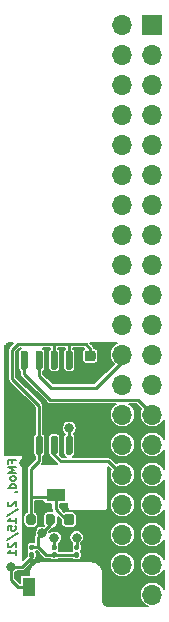
<source format=gbr>
G04 #@! TF.GenerationSoftware,KiCad,Pcbnew,5.1.7-a382d34a8~87~ubuntu18.04.1*
G04 #@! TF.CreationDate,2021-02-14T20:43:55-05:00*
G04 #@! TF.ProjectId,FLASH_MOD,464c4153-485f-44d4-9f44-2e6b69636164,0*
G04 #@! TF.SameCoordinates,Original*
G04 #@! TF.FileFunction,Copper,L2,Bot*
G04 #@! TF.FilePolarity,Positive*
%FSLAX46Y46*%
G04 Gerber Fmt 4.6, Leading zero omitted, Abs format (unit mm)*
G04 Created by KiCad (PCBNEW 5.1.7-a382d34a8~87~ubuntu18.04.1) date 2021-02-14 20:43:55*
%MOMM*%
%LPD*%
G01*
G04 APERTURE LIST*
G04 #@! TA.AperFunction,NonConductor*
%ADD10C,0.160000*%
G04 #@! TD*
G04 #@! TA.AperFunction,SMDPad,CuDef*
%ADD11R,1.600000X1.100000*%
G04 #@! TD*
G04 #@! TA.AperFunction,SMDPad,CuDef*
%ADD12R,1.100000X1.600000*%
G04 #@! TD*
G04 #@! TA.AperFunction,ComponentPad*
%ADD13O,1.700000X1.700000*%
G04 #@! TD*
G04 #@! TA.AperFunction,ComponentPad*
%ADD14R,1.700000X1.700000*%
G04 #@! TD*
G04 #@! TA.AperFunction,ViaPad*
%ADD15C,0.800000*%
G04 #@! TD*
G04 #@! TA.AperFunction,Conductor*
%ADD16C,0.250000*%
G04 #@! TD*
G04 #@! TA.AperFunction,Conductor*
%ADD17C,0.254000*%
G04 #@! TD*
G04 #@! TA.AperFunction,Conductor*
%ADD18C,0.152400*%
G04 #@! TD*
G04 #@! TA.AperFunction,Conductor*
%ADD19C,0.100000*%
G04 #@! TD*
G04 APERTURE END LIST*
D10*
X206071000Y-77132333D02*
X206071000Y-76899000D01*
X206437666Y-76899000D02*
X205737666Y-76899000D01*
X205737666Y-77232333D01*
X206437666Y-77499000D02*
X205737666Y-77499000D01*
X206237666Y-77732333D01*
X205737666Y-77965666D01*
X206437666Y-77965666D01*
X206437666Y-78399000D02*
X206404333Y-78332333D01*
X206371000Y-78299000D01*
X206304333Y-78265666D01*
X206104333Y-78265666D01*
X206037666Y-78299000D01*
X206004333Y-78332333D01*
X205971000Y-78399000D01*
X205971000Y-78499000D01*
X206004333Y-78565666D01*
X206037666Y-78599000D01*
X206104333Y-78632333D01*
X206304333Y-78632333D01*
X206371000Y-78599000D01*
X206404333Y-78565666D01*
X206437666Y-78499000D01*
X206437666Y-78399000D01*
X206437666Y-79232333D02*
X205737666Y-79232333D01*
X206404333Y-79232333D02*
X206437666Y-79165666D01*
X206437666Y-79032333D01*
X206404333Y-78965666D01*
X206371000Y-78932333D01*
X206304333Y-78899000D01*
X206104333Y-78899000D01*
X206037666Y-78932333D01*
X206004333Y-78965666D01*
X205971000Y-79032333D01*
X205971000Y-79165666D01*
X206004333Y-79232333D01*
X206404333Y-79599000D02*
X206437666Y-79599000D01*
X206504333Y-79565666D01*
X206537666Y-79532333D01*
X205804333Y-80399000D02*
X205771000Y-80432333D01*
X205737666Y-80499000D01*
X205737666Y-80665666D01*
X205771000Y-80732333D01*
X205804333Y-80765666D01*
X205871000Y-80799000D01*
X205937666Y-80799000D01*
X206037666Y-80765666D01*
X206437666Y-80365666D01*
X206437666Y-80799000D01*
X205704333Y-81599000D02*
X206604333Y-80999000D01*
X206437666Y-82199000D02*
X206437666Y-81799000D01*
X206437666Y-81999000D02*
X205737666Y-81999000D01*
X205837666Y-81932333D01*
X205904333Y-81865666D01*
X205937666Y-81799000D01*
X205737666Y-82832333D02*
X205737666Y-82499000D01*
X206071000Y-82465666D01*
X206037666Y-82499000D01*
X206004333Y-82565666D01*
X206004333Y-82732333D01*
X206037666Y-82799000D01*
X206071000Y-82832333D01*
X206137666Y-82865666D01*
X206304333Y-82865666D01*
X206371000Y-82832333D01*
X206404333Y-82799000D01*
X206437666Y-82732333D01*
X206437666Y-82565666D01*
X206404333Y-82499000D01*
X206371000Y-82465666D01*
X205704333Y-83665666D02*
X206604333Y-83065666D01*
X205804333Y-83865666D02*
X205771000Y-83899000D01*
X205737666Y-83965666D01*
X205737666Y-84132333D01*
X205771000Y-84199000D01*
X205804333Y-84232333D01*
X205871000Y-84265666D01*
X205937666Y-84265666D01*
X206037666Y-84232333D01*
X206437666Y-83832333D01*
X206437666Y-84265666D01*
X206437666Y-84932333D02*
X206437666Y-84532333D01*
X206437666Y-84732333D02*
X205737666Y-84732333D01*
X205837666Y-84665666D01*
X205904333Y-84599000D01*
X205937666Y-84532333D01*
D11*
G04 #@! TO.P,TP1,1*
G04 #@! TO.N,+3V3*
X209800000Y-79850000D03*
G04 #@! TD*
D12*
G04 #@! TO.P,TP2,1*
G04 #@! TO.N,/WMCU_RTS*
X207550000Y-87600000D03*
G04 #@! TD*
D13*
G04 #@! TO.P,U101,10*
G04 #@! TO.N,N/C*
X215460000Y-50160000D03*
G04 #@! TO.P,U101,11*
X218000000Y-52700000D03*
G04 #@! TO.P,U101,12*
X215460000Y-52700000D03*
G04 #@! TO.P,U101,13*
X218000000Y-55240000D03*
G04 #@! TO.P,U101,2*
G04 #@! TO.N,+3V3*
X215460000Y-40000000D03*
G04 #@! TO.P,U101,4*
G04 #@! TO.N,N/C*
X215460000Y-42540000D03*
G04 #@! TO.P,U101,7*
X218000000Y-47620000D03*
G04 #@! TO.P,U101,3*
X218000000Y-42540000D03*
G04 #@! TO.P,U101,9*
X218000000Y-50160000D03*
D14*
G04 #@! TO.P,U101,1*
G04 #@! TO.N,GND*
X218000000Y-40000000D03*
D13*
G04 #@! TO.P,U101,8*
G04 #@! TO.N,N/C*
X215460000Y-47620000D03*
G04 #@! TO.P,U101,5*
X218000000Y-45080000D03*
G04 #@! TO.P,U101,6*
X215460000Y-45080000D03*
G04 #@! TO.P,U101,14*
X215460000Y-55240000D03*
G04 #@! TO.P,U101,15*
X218000000Y-57780000D03*
G04 #@! TO.P,U101,16*
X215460000Y-57780000D03*
G04 #@! TO.P,U101,17*
X218000000Y-60320000D03*
G04 #@! TO.P,U101,18*
X215460000Y-60320000D03*
G04 #@! TO.P,U101,19*
X218000000Y-62860000D03*
G04 #@! TO.P,U101,20*
X215460000Y-62860000D03*
G04 #@! TO.P,U101,21*
X218000000Y-65400000D03*
G04 #@! TO.P,U101,22*
X215460000Y-65400000D03*
G04 #@! TO.P,U101,23*
G04 #@! TO.N,/~LCD_CS*
X218000000Y-67940000D03*
G04 #@! TO.P,U101,24*
G04 #@! TO.N,SPI_SCK*
X215460000Y-67940000D03*
G04 #@! TO.P,U101,25*
G04 #@! TO.N,/LCD_DC*
X218000000Y-70480000D03*
G04 #@! TO.P,U101,26*
G04 #@! TO.N,Net-(JP101-Pad1)*
X215460000Y-70480000D03*
G04 #@! TO.P,U101,27*
G04 #@! TO.N,SPI_MOSI*
X218000000Y-73020000D03*
G04 #@! TO.P,U101,28*
G04 #@! TO.N,Net-(JP102-Pad1)*
X215460000Y-73020000D03*
G04 #@! TO.P,U101,29*
G04 #@! TO.N,N/C*
X218000000Y-75560000D03*
G04 #@! TO.P,U101,30*
X215460000Y-75560000D03*
G04 #@! TO.P,U101,31*
X218000000Y-78100000D03*
G04 #@! TO.P,U101,32*
G04 #@! TO.N,SPI_MISO*
X215460000Y-78100000D03*
G04 #@! TO.P,U101,33*
G04 #@! TO.N,SPI_SCK*
X218000000Y-80640000D03*
G04 #@! TO.P,U101,34*
G04 #@! TO.N,SPI_MOSI*
X215460000Y-80640000D03*
G04 #@! TO.P,U101,35*
G04 #@! TO.N,N/C*
X218000000Y-83180000D03*
G04 #@! TO.P,U101,36*
X215460000Y-83180000D03*
G04 #@! TO.P,U101,37*
X218000000Y-85720000D03*
G04 #@! TO.P,U101,38*
X215460000Y-85720000D03*
G04 #@! TO.P,U101,39*
X218000000Y-88260000D03*
G04 #@! TO.P,U101,40*
G04 #@! TO.N,GND*
X215460000Y-88260000D03*
G04 #@! TD*
G04 #@! TO.P,C1,2*
G04 #@! TO.N,GND*
G04 #@! TA.AperFunction,SMDPad,CuDef*
G36*
G01*
X212034000Y-82165000D02*
X212034000Y-81665000D01*
G75*
G02*
X212259000Y-81440000I225000J0D01*
G01*
X212709000Y-81440000D01*
G75*
G02*
X212934000Y-81665000I0J-225000D01*
G01*
X212934000Y-82165000D01*
G75*
G02*
X212709000Y-82390000I-225000J0D01*
G01*
X212259000Y-82390000D01*
G75*
G02*
X212034000Y-82165000I0J225000D01*
G01*
G37*
G04 #@! TD.AperFunction*
G04 #@! TO.P,C1,1*
G04 #@! TO.N,+3V3*
G04 #@! TA.AperFunction,SMDPad,CuDef*
G36*
G01*
X210484000Y-82165000D02*
X210484000Y-81665000D01*
G75*
G02*
X210709000Y-81440000I225000J0D01*
G01*
X211159000Y-81440000D01*
G75*
G02*
X211384000Y-81665000I0J-225000D01*
G01*
X211384000Y-82165000D01*
G75*
G02*
X211159000Y-82390000I-225000J0D01*
G01*
X210709000Y-82390000D01*
G75*
G02*
X210484000Y-82165000I0J225000D01*
G01*
G37*
G04 #@! TD.AperFunction*
G04 #@! TD*
G04 #@! TO.P,C2,1*
G04 #@! TO.N,+3V3*
G04 #@! TA.AperFunction,SMDPad,CuDef*
G36*
G01*
X212475000Y-67609000D02*
X212975000Y-67609000D01*
G75*
G02*
X213200000Y-67834000I0J-225000D01*
G01*
X213200000Y-68284000D01*
G75*
G02*
X212975000Y-68509000I-225000J0D01*
G01*
X212475000Y-68509000D01*
G75*
G02*
X212250000Y-68284000I0J225000D01*
G01*
X212250000Y-67834000D01*
G75*
G02*
X212475000Y-67609000I225000J0D01*
G01*
G37*
G04 #@! TD.AperFunction*
G04 #@! TO.P,C2,2*
G04 #@! TO.N,GND*
G04 #@! TA.AperFunction,SMDPad,CuDef*
G36*
G01*
X212475000Y-69159000D02*
X212975000Y-69159000D01*
G75*
G02*
X213200000Y-69384000I0J-225000D01*
G01*
X213200000Y-69834000D01*
G75*
G02*
X212975000Y-70059000I-225000J0D01*
G01*
X212475000Y-70059000D01*
G75*
G02*
X212250000Y-69834000I0J225000D01*
G01*
X212250000Y-69384000D01*
G75*
G02*
X212475000Y-69159000I225000J0D01*
G01*
G37*
G04 #@! TD.AperFunction*
G04 #@! TD*
G04 #@! TO.P,JP1,1*
G04 #@! TO.N,/LCD_DC*
G04 #@! TA.AperFunction,SMDPad,CuDef*
G36*
G01*
X209577000Y-84032000D02*
X209777000Y-84032000D01*
G75*
G02*
X209877000Y-84132000I0J-100000D01*
G01*
X209877000Y-84392000D01*
G75*
G02*
X209777000Y-84492000I-100000J0D01*
G01*
X209577000Y-84492000D01*
G75*
G02*
X209477000Y-84392000I0J100000D01*
G01*
X209477000Y-84132000D01*
G75*
G02*
X209577000Y-84032000I100000J0D01*
G01*
G37*
G04 #@! TD.AperFunction*
G04 #@! TO.P,JP1,2*
G04 #@! TO.N,Net-(JP1-Pad2)*
G04 #@! TA.AperFunction,SMDPad,CuDef*
G36*
G01*
X209577000Y-84672000D02*
X209777000Y-84672000D01*
G75*
G02*
X209877000Y-84772000I0J-100000D01*
G01*
X209877000Y-85032000D01*
G75*
G02*
X209777000Y-85132000I-100000J0D01*
G01*
X209577000Y-85132000D01*
G75*
G02*
X209477000Y-85032000I0J100000D01*
G01*
X209477000Y-84772000D01*
G75*
G02*
X209577000Y-84672000I100000J0D01*
G01*
G37*
G04 #@! TD.AperFunction*
G04 #@! TD*
G04 #@! TO.P,JP2,2*
G04 #@! TO.N,Net-(JP1-Pad2)*
G04 #@! TA.AperFunction,SMDPad,CuDef*
G36*
G01*
X211482000Y-84672000D02*
X211682000Y-84672000D01*
G75*
G02*
X211782000Y-84772000I0J-100000D01*
G01*
X211782000Y-85032000D01*
G75*
G02*
X211682000Y-85132000I-100000J0D01*
G01*
X211482000Y-85132000D01*
G75*
G02*
X211382000Y-85032000I0J100000D01*
G01*
X211382000Y-84772000D01*
G75*
G02*
X211482000Y-84672000I100000J0D01*
G01*
G37*
G04 #@! TD.AperFunction*
G04 #@! TO.P,JP2,1*
G04 #@! TO.N,/~LCD_CS*
G04 #@! TA.AperFunction,SMDPad,CuDef*
G36*
G01*
X211482000Y-84032000D02*
X211682000Y-84032000D01*
G75*
G02*
X211782000Y-84132000I0J-100000D01*
G01*
X211782000Y-84392000D01*
G75*
G02*
X211682000Y-84492000I-100000J0D01*
G01*
X211482000Y-84492000D01*
G75*
G02*
X211382000Y-84392000I0J100000D01*
G01*
X211382000Y-84132000D01*
G75*
G02*
X211482000Y-84032000I100000J0D01*
G01*
G37*
G04 #@! TD.AperFunction*
G04 #@! TD*
G04 #@! TO.P,JP3,1*
G04 #@! TO.N,/WMCU_RTS*
G04 #@! TA.AperFunction,SMDPad,CuDef*
G36*
G01*
X207872000Y-85132000D02*
X207672000Y-85132000D01*
G75*
G02*
X207572000Y-85032000I0J100000D01*
G01*
X207572000Y-84772000D01*
G75*
G02*
X207672000Y-84672000I100000J0D01*
G01*
X207872000Y-84672000D01*
G75*
G02*
X207972000Y-84772000I0J-100000D01*
G01*
X207972000Y-85032000D01*
G75*
G02*
X207872000Y-85132000I-100000J0D01*
G01*
G37*
G04 #@! TD.AperFunction*
G04 #@! TO.P,JP3,2*
G04 #@! TO.N,Net-(JP1-Pad2)*
G04 #@! TA.AperFunction,SMDPad,CuDef*
G36*
G01*
X207872000Y-84492000D02*
X207672000Y-84492000D01*
G75*
G02*
X207572000Y-84392000I0J100000D01*
G01*
X207572000Y-84132000D01*
G75*
G02*
X207672000Y-84032000I100000J0D01*
G01*
X207872000Y-84032000D01*
G75*
G02*
X207972000Y-84132000I0J-100000D01*
G01*
X207972000Y-84392000D01*
G75*
G02*
X207872000Y-84492000I-100000J0D01*
G01*
G37*
G04 #@! TD.AperFunction*
G04 #@! TD*
G04 #@! TO.P,R1,1*
G04 #@! TO.N,+3V3*
G04 #@! TA.AperFunction,SMDPad,CuDef*
G36*
G01*
X207309000Y-82190000D02*
X207309000Y-81640000D01*
G75*
G02*
X207509000Y-81440000I200000J0D01*
G01*
X207909000Y-81440000D01*
G75*
G02*
X208109000Y-81640000I0J-200000D01*
G01*
X208109000Y-82190000D01*
G75*
G02*
X207909000Y-82390000I-200000J0D01*
G01*
X207509000Y-82390000D01*
G75*
G02*
X207309000Y-82190000I0J200000D01*
G01*
G37*
G04 #@! TD.AperFunction*
G04 #@! TO.P,R1,2*
G04 #@! TO.N,Net-(JP1-Pad2)*
G04 #@! TA.AperFunction,SMDPad,CuDef*
G36*
G01*
X208959000Y-82190000D02*
X208959000Y-81640000D01*
G75*
G02*
X209159000Y-81440000I200000J0D01*
G01*
X209559000Y-81440000D01*
G75*
G02*
X209759000Y-81640000I0J-200000D01*
G01*
X209759000Y-82190000D01*
G75*
G02*
X209559000Y-82390000I-200000J0D01*
G01*
X209159000Y-82390000D01*
G75*
G02*
X208959000Y-82190000I0J200000D01*
G01*
G37*
G04 #@! TD.AperFunction*
G04 #@! TD*
G04 #@! TO.P,U1,1*
G04 #@! TO.N,Net-(JP1-Pad2)*
G04 #@! TA.AperFunction,SMDPad,CuDef*
G36*
G01*
X211097000Y-76409000D02*
X210797000Y-76409000D01*
G75*
G02*
X210647000Y-76259000I0J150000D01*
G01*
X210647000Y-74959000D01*
G75*
G02*
X210797000Y-74809000I150000J0D01*
G01*
X211097000Y-74809000D01*
G75*
G02*
X211247000Y-74959000I0J-150000D01*
G01*
X211247000Y-76259000D01*
G75*
G02*
X211097000Y-76409000I-150000J0D01*
G01*
G37*
G04 #@! TD.AperFunction*
G04 #@! TO.P,U1,2*
G04 #@! TO.N,SPI_MISO*
G04 #@! TA.AperFunction,SMDPad,CuDef*
G36*
G01*
X209827000Y-76409000D02*
X209527000Y-76409000D01*
G75*
G02*
X209377000Y-76259000I0J150000D01*
G01*
X209377000Y-74959000D01*
G75*
G02*
X209527000Y-74809000I150000J0D01*
G01*
X209827000Y-74809000D01*
G75*
G02*
X209977000Y-74959000I0J-150000D01*
G01*
X209977000Y-76259000D01*
G75*
G02*
X209827000Y-76409000I-150000J0D01*
G01*
G37*
G04 #@! TD.AperFunction*
G04 #@! TO.P,U1,3*
G04 #@! TO.N,+3V3*
G04 #@! TA.AperFunction,SMDPad,CuDef*
G36*
G01*
X208557000Y-76409000D02*
X208257000Y-76409000D01*
G75*
G02*
X208107000Y-76259000I0J150000D01*
G01*
X208107000Y-74959000D01*
G75*
G02*
X208257000Y-74809000I150000J0D01*
G01*
X208557000Y-74809000D01*
G75*
G02*
X208707000Y-74959000I0J-150000D01*
G01*
X208707000Y-76259000D01*
G75*
G02*
X208557000Y-76409000I-150000J0D01*
G01*
G37*
G04 #@! TD.AperFunction*
G04 #@! TO.P,U1,4*
G04 #@! TO.N,GND*
G04 #@! TA.AperFunction,SMDPad,CuDef*
G36*
G01*
X207287000Y-76409000D02*
X206987000Y-76409000D01*
G75*
G02*
X206837000Y-76259000I0J150000D01*
G01*
X206837000Y-74959000D01*
G75*
G02*
X206987000Y-74809000I150000J0D01*
G01*
X207287000Y-74809000D01*
G75*
G02*
X207437000Y-74959000I0J-150000D01*
G01*
X207437000Y-76259000D01*
G75*
G02*
X207287000Y-76409000I-150000J0D01*
G01*
G37*
G04 #@! TD.AperFunction*
G04 #@! TO.P,U1,5*
G04 #@! TO.N,SPI_MOSI*
G04 #@! TA.AperFunction,SMDPad,CuDef*
G36*
G01*
X207287000Y-69209000D02*
X206987000Y-69209000D01*
G75*
G02*
X206837000Y-69059000I0J150000D01*
G01*
X206837000Y-67759000D01*
G75*
G02*
X206987000Y-67609000I150000J0D01*
G01*
X207287000Y-67609000D01*
G75*
G02*
X207437000Y-67759000I0J-150000D01*
G01*
X207437000Y-69059000D01*
G75*
G02*
X207287000Y-69209000I-150000J0D01*
G01*
G37*
G04 #@! TD.AperFunction*
G04 #@! TO.P,U1,6*
G04 #@! TO.N,SPI_SCK*
G04 #@! TA.AperFunction,SMDPad,CuDef*
G36*
G01*
X208557000Y-69209000D02*
X208257000Y-69209000D01*
G75*
G02*
X208107000Y-69059000I0J150000D01*
G01*
X208107000Y-67759000D01*
G75*
G02*
X208257000Y-67609000I150000J0D01*
G01*
X208557000Y-67609000D01*
G75*
G02*
X208707000Y-67759000I0J-150000D01*
G01*
X208707000Y-69059000D01*
G75*
G02*
X208557000Y-69209000I-150000J0D01*
G01*
G37*
G04 #@! TD.AperFunction*
G04 #@! TO.P,U1,7*
G04 #@! TO.N,+3V3*
G04 #@! TA.AperFunction,SMDPad,CuDef*
G36*
G01*
X209827000Y-69209000D02*
X209527000Y-69209000D01*
G75*
G02*
X209377000Y-69059000I0J150000D01*
G01*
X209377000Y-67759000D01*
G75*
G02*
X209527000Y-67609000I150000J0D01*
G01*
X209827000Y-67609000D01*
G75*
G02*
X209977000Y-67759000I0J-150000D01*
G01*
X209977000Y-69059000D01*
G75*
G02*
X209827000Y-69209000I-150000J0D01*
G01*
G37*
G04 #@! TD.AperFunction*
G04 #@! TO.P,U1,8*
G04 #@! TA.AperFunction,SMDPad,CuDef*
G36*
G01*
X211097000Y-69209000D02*
X210797000Y-69209000D01*
G75*
G02*
X210647000Y-69059000I0J150000D01*
G01*
X210647000Y-67759000D01*
G75*
G02*
X210797000Y-67609000I150000J0D01*
G01*
X211097000Y-67609000D01*
G75*
G02*
X211247000Y-67759000I0J-150000D01*
G01*
X211247000Y-69059000D01*
G75*
G02*
X211097000Y-69209000I-150000J0D01*
G01*
G37*
G04 #@! TD.AperFunction*
G04 #@! TD*
D15*
G04 #@! TO.N,GND*
X207137000Y-77089000D03*
X211201000Y-69977000D03*
X207137000Y-74041000D03*
G04 #@! TO.N,/WMCU_RTS*
X205994000Y-85915500D03*
G04 #@! TO.N,/LCD_DC*
X209697303Y-83469454D03*
G04 #@! TO.N,/~LCD_CS*
X211582000Y-83439000D03*
G04 #@! TO.N,Net-(JP1-Pad2)*
X210947000Y-74168000D03*
X208661000Y-83058000D03*
G04 #@! TD*
D16*
G04 #@! TO.N,GND*
X218000000Y-39300000D02*
X218000000Y-40000000D01*
D17*
X207137000Y-75609000D02*
X207137000Y-77089000D01*
X212725000Y-69609000D02*
X211569000Y-69609000D01*
X211569000Y-69609000D02*
X211201000Y-69977000D01*
X214122000Y-87122000D02*
X215392000Y-88392000D01*
X212484000Y-81915000D02*
X214122000Y-83553000D01*
X214122000Y-83553000D02*
X214122000Y-87122000D01*
G04 #@! TO.N,+3V3*
X209677000Y-68409000D02*
X209677000Y-67056000D01*
X210693000Y-67056000D02*
X209677000Y-67056000D01*
X212725000Y-67437000D02*
X212725000Y-68059000D01*
X210693000Y-67056000D02*
X212344000Y-67056000D01*
X212344000Y-67056000D02*
X212725000Y-67437000D01*
X210947000Y-67056000D02*
X210693000Y-67056000D01*
X210947000Y-68409000D02*
X210947000Y-67056000D01*
X210693000Y-81915000D02*
X209804000Y-81026000D01*
X210934000Y-81915000D02*
X210693000Y-81915000D01*
X209804000Y-81026000D02*
X209804000Y-80010000D01*
X206629000Y-67056000D02*
X209677000Y-67056000D01*
X206121000Y-67564000D02*
X206629000Y-67056000D01*
X208407000Y-75609000D02*
X208407000Y-76962000D01*
X207709000Y-77660000D02*
X207709000Y-80074000D01*
X208407000Y-76962000D02*
X207709000Y-77660000D01*
X208407000Y-75609000D02*
X208407000Y-72263000D01*
X208407000Y-72263000D02*
X206121000Y-69977000D01*
X206121000Y-69977000D02*
X206121000Y-67564000D01*
X207709000Y-81915000D02*
X207709000Y-80327000D01*
X207709000Y-80327000D02*
X207709000Y-80074000D01*
X207709000Y-80010000D02*
X209804000Y-80010000D01*
X207709000Y-80327000D02*
X207709000Y-80010000D01*
G04 #@! TO.N,SPI_MISO*
X209677000Y-76409000D02*
X210230000Y-76962000D01*
X209677000Y-75609000D02*
X209677000Y-76409000D01*
X210230000Y-76962000D02*
X214249000Y-76962000D01*
X214249000Y-76962000D02*
X215392000Y-78105000D01*
G04 #@! TO.N,SPI_SCK*
X215519000Y-68453000D02*
X215519000Y-68199000D01*
X213233000Y-70739000D02*
X215519000Y-68453000D01*
X209423000Y-70739000D02*
X213233000Y-70739000D01*
X208407000Y-68409000D02*
X208407000Y-69723000D01*
X208407000Y-69723000D02*
X209423000Y-70739000D01*
G04 #@! TO.N,SPI_MOSI*
X209296000Y-71755000D02*
X216789000Y-71755000D01*
X216789000Y-71755000D02*
X218059000Y-73025000D01*
X207137000Y-69596000D02*
X209296000Y-71755000D01*
X207137000Y-68409000D02*
X207137000Y-69596000D01*
G04 #@! TO.N,/WMCU_RTS*
X207550000Y-87600000D02*
X206599000Y-87600000D01*
X206599000Y-87600000D02*
X205994000Y-86995000D01*
X205994000Y-86995000D02*
X205994000Y-85915500D01*
X206946500Y-85915500D02*
X205994000Y-85915500D01*
X207772000Y-84902000D02*
X207772000Y-85090000D01*
X207772000Y-85090000D02*
X206946500Y-85915500D01*
G04 #@! TO.N,/LCD_DC*
X209677000Y-83489757D02*
X209697303Y-83469454D01*
X209677000Y-84262000D02*
X209677000Y-83489757D01*
G04 #@! TO.N,/~LCD_CS*
X211582000Y-84262000D02*
X211582000Y-83439000D01*
G04 #@! TO.N,Net-(JP1-Pad2)*
X210947000Y-75609000D02*
X210947000Y-74168000D01*
X211582000Y-84902000D02*
X210627000Y-84902000D01*
X209677000Y-84902000D02*
X210627000Y-84902000D01*
X208341000Y-84262000D02*
X207772000Y-84262000D01*
X209677000Y-84902000D02*
X208981000Y-84902000D01*
X208981000Y-84902000D02*
X208341000Y-84262000D01*
X209359000Y-81915000D02*
X209359000Y-82360000D01*
X209359000Y-82360000D02*
X208661000Y-83058000D01*
X208341000Y-84262000D02*
X208341000Y-83378000D01*
X208341000Y-83378000D02*
X208661000Y-83058000D01*
G04 #@! TD*
D18*
G04 #@! TO.N,GND*
X206776047Y-67443286D02*
X206718507Y-67490507D01*
X206671286Y-67548047D01*
X206636197Y-67613693D01*
X206614590Y-67684923D01*
X206607294Y-67759000D01*
X206607294Y-69059000D01*
X206614590Y-69133077D01*
X206636197Y-69204307D01*
X206671286Y-69269953D01*
X206718507Y-69327493D01*
X206776047Y-69374714D01*
X206781401Y-69377576D01*
X206781401Y-69578535D01*
X206779681Y-69596000D01*
X206786546Y-69665710D01*
X206806880Y-69732741D01*
X206811008Y-69740463D01*
X206839900Y-69794516D01*
X206884338Y-69848663D01*
X206897901Y-69859794D01*
X209032210Y-71994105D01*
X209043337Y-72007663D01*
X209056895Y-72018790D01*
X209056900Y-72018795D01*
X209091078Y-72046844D01*
X209097484Y-72052101D01*
X209159260Y-72085121D01*
X209197102Y-72096600D01*
X209226289Y-72105454D01*
X209233187Y-72106133D01*
X209278537Y-72110600D01*
X209278544Y-72110600D01*
X209295999Y-72112319D01*
X209313455Y-72110600D01*
X214879585Y-72110600D01*
X214772433Y-72182197D01*
X214622197Y-72332433D01*
X214504157Y-72509091D01*
X214422850Y-72705384D01*
X214381400Y-72913767D01*
X214381400Y-73126233D01*
X214422850Y-73334616D01*
X214504157Y-73530909D01*
X214622197Y-73707567D01*
X214772433Y-73857803D01*
X214949091Y-73975843D01*
X215145384Y-74057150D01*
X215353767Y-74098600D01*
X215566233Y-74098600D01*
X215774616Y-74057150D01*
X215970909Y-73975843D01*
X216147567Y-73857803D01*
X216297803Y-73707567D01*
X216415843Y-73530909D01*
X216497150Y-73334616D01*
X216538600Y-73126233D01*
X216538600Y-72913767D01*
X216497150Y-72705384D01*
X216415843Y-72509091D01*
X216297803Y-72332433D01*
X216147567Y-72182197D01*
X216040415Y-72110600D01*
X216641707Y-72110600D01*
X217042997Y-72511891D01*
X216962850Y-72705384D01*
X216921400Y-72913767D01*
X216921400Y-73126233D01*
X216962850Y-73334616D01*
X217044157Y-73530909D01*
X217162197Y-73707567D01*
X217312433Y-73857803D01*
X217489091Y-73975843D01*
X217685384Y-74057150D01*
X217893767Y-74098600D01*
X218106233Y-74098600D01*
X218314616Y-74057150D01*
X218510909Y-73975843D01*
X218687567Y-73857803D01*
X218837803Y-73707567D01*
X218955843Y-73530909D01*
X218986900Y-73455930D01*
X218986900Y-75124070D01*
X218955843Y-75049091D01*
X218837803Y-74872433D01*
X218687567Y-74722197D01*
X218510909Y-74604157D01*
X218314616Y-74522850D01*
X218106233Y-74481400D01*
X217893767Y-74481400D01*
X217685384Y-74522850D01*
X217489091Y-74604157D01*
X217312433Y-74722197D01*
X217162197Y-74872433D01*
X217044157Y-75049091D01*
X216962850Y-75245384D01*
X216921400Y-75453767D01*
X216921400Y-75666233D01*
X216962850Y-75874616D01*
X217044157Y-76070909D01*
X217162197Y-76247567D01*
X217312433Y-76397803D01*
X217489091Y-76515843D01*
X217685384Y-76597150D01*
X217893767Y-76638600D01*
X218106233Y-76638600D01*
X218314616Y-76597150D01*
X218510909Y-76515843D01*
X218687567Y-76397803D01*
X218837803Y-76247567D01*
X218955843Y-76070909D01*
X218986900Y-75995930D01*
X218986900Y-77664071D01*
X218955843Y-77589091D01*
X218837803Y-77412433D01*
X218687567Y-77262197D01*
X218510909Y-77144157D01*
X218314616Y-77062850D01*
X218106233Y-77021400D01*
X217893767Y-77021400D01*
X217685384Y-77062850D01*
X217489091Y-77144157D01*
X217312433Y-77262197D01*
X217162197Y-77412433D01*
X217044157Y-77589091D01*
X216962850Y-77785384D01*
X216921400Y-77993767D01*
X216921400Y-78206233D01*
X216962850Y-78414616D01*
X217044157Y-78610909D01*
X217162197Y-78787567D01*
X217312433Y-78937803D01*
X217489091Y-79055843D01*
X217685384Y-79137150D01*
X217893767Y-79178600D01*
X218106233Y-79178600D01*
X218314616Y-79137150D01*
X218510909Y-79055843D01*
X218687567Y-78937803D01*
X218837803Y-78787567D01*
X218955843Y-78610909D01*
X218986901Y-78535929D01*
X218986901Y-80204071D01*
X218955843Y-80129091D01*
X218837803Y-79952433D01*
X218687567Y-79802197D01*
X218510909Y-79684157D01*
X218314616Y-79602850D01*
X218106233Y-79561400D01*
X217893767Y-79561400D01*
X217685384Y-79602850D01*
X217489091Y-79684157D01*
X217312433Y-79802197D01*
X217162197Y-79952433D01*
X217044157Y-80129091D01*
X216962850Y-80325384D01*
X216921400Y-80533767D01*
X216921400Y-80746233D01*
X216962850Y-80954616D01*
X217044157Y-81150909D01*
X217162197Y-81327567D01*
X217312433Y-81477803D01*
X217489091Y-81595843D01*
X217685384Y-81677150D01*
X217893767Y-81718600D01*
X218106233Y-81718600D01*
X218314616Y-81677150D01*
X218510909Y-81595843D01*
X218687567Y-81477803D01*
X218837803Y-81327567D01*
X218955843Y-81150909D01*
X218986901Y-81075929D01*
X218986901Y-82744071D01*
X218955843Y-82669091D01*
X218837803Y-82492433D01*
X218687567Y-82342197D01*
X218510909Y-82224157D01*
X218314616Y-82142850D01*
X218106233Y-82101400D01*
X217893767Y-82101400D01*
X217685384Y-82142850D01*
X217489091Y-82224157D01*
X217312433Y-82342197D01*
X217162197Y-82492433D01*
X217044157Y-82669091D01*
X216962850Y-82865384D01*
X216921400Y-83073767D01*
X216921400Y-83286233D01*
X216962850Y-83494616D01*
X217044157Y-83690909D01*
X217162197Y-83867567D01*
X217312433Y-84017803D01*
X217489091Y-84135843D01*
X217685384Y-84217150D01*
X217893767Y-84258600D01*
X218106233Y-84258600D01*
X218314616Y-84217150D01*
X218510909Y-84135843D01*
X218687567Y-84017803D01*
X218837803Y-83867567D01*
X218955843Y-83690909D01*
X218986901Y-83615929D01*
X218986901Y-85284071D01*
X218955843Y-85209091D01*
X218837803Y-85032433D01*
X218687567Y-84882197D01*
X218510909Y-84764157D01*
X218314616Y-84682850D01*
X218106233Y-84641400D01*
X217893767Y-84641400D01*
X217685384Y-84682850D01*
X217489091Y-84764157D01*
X217312433Y-84882197D01*
X217162197Y-85032433D01*
X217044157Y-85209091D01*
X216962850Y-85405384D01*
X216921400Y-85613767D01*
X216921400Y-85826233D01*
X216962850Y-86034616D01*
X217044157Y-86230909D01*
X217162197Y-86407567D01*
X217312433Y-86557803D01*
X217489091Y-86675843D01*
X217685384Y-86757150D01*
X217893767Y-86798600D01*
X218106233Y-86798600D01*
X218314616Y-86757150D01*
X218510909Y-86675843D01*
X218687567Y-86557803D01*
X218837803Y-86407567D01*
X218955843Y-86230909D01*
X218986901Y-86155928D01*
X218986901Y-87824072D01*
X218955843Y-87749091D01*
X218837803Y-87572433D01*
X218687567Y-87422197D01*
X218510909Y-87304157D01*
X218314616Y-87222850D01*
X218106233Y-87181400D01*
X217893767Y-87181400D01*
X217685384Y-87222850D01*
X217489091Y-87304157D01*
X217312433Y-87422197D01*
X217162197Y-87572433D01*
X217044157Y-87749091D01*
X216962850Y-87945384D01*
X216921400Y-88153767D01*
X216921400Y-88366233D01*
X216962850Y-88574616D01*
X217044157Y-88770909D01*
X217162197Y-88947567D01*
X217312433Y-89097803D01*
X217489091Y-89215843D01*
X217584358Y-89255304D01*
X214299146Y-89251384D01*
X214287009Y-89252565D01*
X214218867Y-89245884D01*
X214128802Y-89218691D01*
X214045731Y-89174522D01*
X213972822Y-89115059D01*
X213912851Y-89042567D01*
X213868103Y-88959808D01*
X213840283Y-88869933D01*
X213829118Y-88763710D01*
X213833626Y-86473862D01*
X213829675Y-86432927D01*
X213823249Y-86411593D01*
X213812010Y-86304657D01*
X213806942Y-86279969D01*
X213802202Y-86255120D01*
X213801077Y-86251396D01*
X213757101Y-86109330D01*
X213747309Y-86086036D01*
X213737856Y-86062639D01*
X213736030Y-86059204D01*
X213736030Y-86059203D01*
X213736029Y-86059202D01*
X213665297Y-85928386D01*
X213651165Y-85907434D01*
X213637350Y-85886323D01*
X213634892Y-85883308D01*
X213540095Y-85768720D01*
X213522181Y-85750931D01*
X213504511Y-85732887D01*
X213501514Y-85730407D01*
X213386267Y-85636414D01*
X213365277Y-85622469D01*
X213352569Y-85613767D01*
X214381400Y-85613767D01*
X214381400Y-85826233D01*
X214422850Y-86034616D01*
X214504157Y-86230909D01*
X214622197Y-86407567D01*
X214772433Y-86557803D01*
X214949091Y-86675843D01*
X215145384Y-86757150D01*
X215353767Y-86798600D01*
X215566233Y-86798600D01*
X215774616Y-86757150D01*
X215970909Y-86675843D01*
X216147567Y-86557803D01*
X216297803Y-86407567D01*
X216415843Y-86230909D01*
X216497150Y-86034616D01*
X216538600Y-85826233D01*
X216538600Y-85613767D01*
X216497150Y-85405384D01*
X216415843Y-85209091D01*
X216297803Y-85032433D01*
X216147567Y-84882197D01*
X215970909Y-84764157D01*
X215774616Y-84682850D01*
X215566233Y-84641400D01*
X215353767Y-84641400D01*
X215145384Y-84682850D01*
X214949091Y-84764157D01*
X214772433Y-84882197D01*
X214622197Y-85032433D01*
X214504157Y-85209091D01*
X214422850Y-85405384D01*
X214381400Y-85613767D01*
X213352569Y-85613767D01*
X213344402Y-85608175D01*
X213340980Y-85606325D01*
X213209671Y-85536507D01*
X213186343Y-85526892D01*
X213163117Y-85516937D01*
X213159400Y-85515787D01*
X213017032Y-85472803D01*
X212992281Y-85467902D01*
X212967562Y-85462648D01*
X212963695Y-85462242D01*
X212963693Y-85462242D01*
X212815842Y-85447745D01*
X212802519Y-85446417D01*
X208584146Y-85441384D01*
X208543213Y-85445367D01*
X208519532Y-85452520D01*
X208415157Y-85463490D01*
X208390469Y-85468558D01*
X208365620Y-85473298D01*
X208361896Y-85474423D01*
X208219830Y-85518399D01*
X208196536Y-85528191D01*
X208173139Y-85537644D01*
X208169709Y-85539467D01*
X208169705Y-85539469D01*
X208169704Y-85539470D01*
X208038886Y-85610203D01*
X208017934Y-85624335D01*
X207996823Y-85638150D01*
X207993808Y-85640608D01*
X207879220Y-85735405D01*
X207861431Y-85753319D01*
X207843387Y-85770989D01*
X207840907Y-85773986D01*
X207746914Y-85889233D01*
X207732969Y-85910223D01*
X207718675Y-85931098D01*
X207716825Y-85934520D01*
X207647007Y-86065829D01*
X207637392Y-86089157D01*
X207627437Y-86112383D01*
X207626287Y-86116100D01*
X207583303Y-86258468D01*
X207578402Y-86283219D01*
X207573148Y-86307938D01*
X207572742Y-86311807D01*
X207560888Y-86432706D01*
X207560830Y-86432898D01*
X207556875Y-86473833D01*
X207557055Y-86570294D01*
X207000000Y-86570294D01*
X206955187Y-86574708D01*
X206912095Y-86587779D01*
X206872382Y-86609006D01*
X206837573Y-86637573D01*
X206809006Y-86672382D01*
X206787779Y-86712095D01*
X206774708Y-86755187D01*
X206770294Y-86800000D01*
X206770294Y-87244400D01*
X206746295Y-87244400D01*
X206349600Y-86847707D01*
X206349600Y-86433907D01*
X206394709Y-86403766D01*
X206482266Y-86316209D01*
X206512407Y-86271100D01*
X206929045Y-86271100D01*
X206946500Y-86272819D01*
X206963955Y-86271100D01*
X206963963Y-86271100D01*
X207016210Y-86265954D01*
X207083240Y-86245621D01*
X207145016Y-86212601D01*
X207199163Y-86168163D01*
X207210299Y-86154595D01*
X208011105Y-85353790D01*
X208024663Y-85342663D01*
X208035790Y-85329105D01*
X208035795Y-85329100D01*
X208054216Y-85306654D01*
X208055175Y-85306141D01*
X208105137Y-85265137D01*
X208146141Y-85215175D01*
X208176609Y-85158173D01*
X208195371Y-85096322D01*
X208201706Y-85032000D01*
X208201706Y-84772000D01*
X208195371Y-84707678D01*
X208176609Y-84645827D01*
X208161521Y-84617600D01*
X208193707Y-84617600D01*
X208717206Y-85141100D01*
X208728337Y-85154663D01*
X208782484Y-85199101D01*
X208844260Y-85232121D01*
X208911290Y-85252454D01*
X208963537Y-85257600D01*
X208963545Y-85257600D01*
X208981000Y-85259319D01*
X208998455Y-85257600D01*
X209337677Y-85257600D01*
X209343863Y-85265137D01*
X209393825Y-85306141D01*
X209450827Y-85336609D01*
X209512678Y-85355371D01*
X209577000Y-85361706D01*
X209777000Y-85361706D01*
X209841322Y-85355371D01*
X209903173Y-85336609D01*
X209960175Y-85306141D01*
X210010137Y-85265137D01*
X210016323Y-85257600D01*
X211242677Y-85257600D01*
X211248863Y-85265137D01*
X211298825Y-85306141D01*
X211355827Y-85336609D01*
X211417678Y-85355371D01*
X211482000Y-85361706D01*
X211682000Y-85361706D01*
X211746322Y-85355371D01*
X211808173Y-85336609D01*
X211865175Y-85306141D01*
X211915137Y-85265137D01*
X211956141Y-85215175D01*
X211986609Y-85158173D01*
X212005371Y-85096322D01*
X212011706Y-85032000D01*
X212011706Y-84772000D01*
X212005371Y-84707678D01*
X211986609Y-84645827D01*
X211956141Y-84588825D01*
X211950540Y-84582000D01*
X211956141Y-84575175D01*
X211986609Y-84518173D01*
X212005371Y-84456322D01*
X212011706Y-84392000D01*
X212011706Y-84132000D01*
X212005371Y-84067678D01*
X211986609Y-84005827D01*
X211956141Y-83948825D01*
X211954123Y-83946367D01*
X211982709Y-83927266D01*
X212070266Y-83839709D01*
X212139059Y-83736754D01*
X212186444Y-83622356D01*
X212210600Y-83500912D01*
X212210600Y-83377088D01*
X212186444Y-83255644D01*
X212139059Y-83141246D01*
X212093971Y-83073767D01*
X214381400Y-83073767D01*
X214381400Y-83286233D01*
X214422850Y-83494616D01*
X214504157Y-83690909D01*
X214622197Y-83867567D01*
X214772433Y-84017803D01*
X214949091Y-84135843D01*
X215145384Y-84217150D01*
X215353767Y-84258600D01*
X215566233Y-84258600D01*
X215774616Y-84217150D01*
X215970909Y-84135843D01*
X216147567Y-84017803D01*
X216297803Y-83867567D01*
X216415843Y-83690909D01*
X216497150Y-83494616D01*
X216538600Y-83286233D01*
X216538600Y-83073767D01*
X216497150Y-82865384D01*
X216415843Y-82669091D01*
X216297803Y-82492433D01*
X216147567Y-82342197D01*
X215970909Y-82224157D01*
X215774616Y-82142850D01*
X215566233Y-82101400D01*
X215353767Y-82101400D01*
X215145384Y-82142850D01*
X214949091Y-82224157D01*
X214772433Y-82342197D01*
X214622197Y-82492433D01*
X214504157Y-82669091D01*
X214422850Y-82865384D01*
X214381400Y-83073767D01*
X212093971Y-83073767D01*
X212070266Y-83038291D01*
X211982709Y-82950734D01*
X211879754Y-82881941D01*
X211765356Y-82834556D01*
X211643912Y-82810400D01*
X211520088Y-82810400D01*
X211398644Y-82834556D01*
X211284246Y-82881941D01*
X211181291Y-82950734D01*
X211093734Y-83038291D01*
X211024941Y-83141246D01*
X210977556Y-83255644D01*
X210953400Y-83377088D01*
X210953400Y-83500912D01*
X210977556Y-83622356D01*
X211024941Y-83736754D01*
X211093734Y-83839709D01*
X211181291Y-83927266D01*
X211209877Y-83946367D01*
X211207859Y-83948825D01*
X211177391Y-84005827D01*
X211158629Y-84067678D01*
X211152294Y-84132000D01*
X211152294Y-84392000D01*
X211158629Y-84456322D01*
X211177391Y-84518173D01*
X211192479Y-84546400D01*
X210066521Y-84546400D01*
X210081609Y-84518173D01*
X210100371Y-84456322D01*
X210106706Y-84392000D01*
X210106706Y-84132000D01*
X210100371Y-84067678D01*
X210081609Y-84005827D01*
X210066979Y-83978456D01*
X210098012Y-83957720D01*
X210185569Y-83870163D01*
X210254362Y-83767208D01*
X210301747Y-83652810D01*
X210325903Y-83531366D01*
X210325903Y-83407542D01*
X210301747Y-83286098D01*
X210254362Y-83171700D01*
X210185569Y-83068745D01*
X210098012Y-82981188D01*
X209995057Y-82912395D01*
X209880659Y-82865010D01*
X209759215Y-82840854D01*
X209635391Y-82840854D01*
X209513947Y-82865010D01*
X209399549Y-82912395D01*
X209296594Y-82981188D01*
X209288288Y-82989494D01*
X209279016Y-82942878D01*
X209598105Y-82623790D01*
X209609093Y-82614772D01*
X209642831Y-82611449D01*
X209723441Y-82586997D01*
X209797732Y-82547287D01*
X209862848Y-82493848D01*
X209916287Y-82428732D01*
X209955997Y-82354441D01*
X209980449Y-82273831D01*
X209988706Y-82190000D01*
X209988706Y-81713599D01*
X210254294Y-81979188D01*
X210254294Y-82165000D01*
X210263031Y-82253709D01*
X210288906Y-82339008D01*
X210330926Y-82417621D01*
X210387474Y-82486526D01*
X210456379Y-82543074D01*
X210534992Y-82585094D01*
X210620291Y-82610969D01*
X210709000Y-82619706D01*
X211159000Y-82619706D01*
X211247709Y-82610969D01*
X211333008Y-82585094D01*
X211411621Y-82543074D01*
X211480526Y-82486526D01*
X211537074Y-82417621D01*
X211579094Y-82339008D01*
X211604969Y-82253709D01*
X211613706Y-82165000D01*
X211613706Y-81665000D01*
X211604969Y-81576291D01*
X211579094Y-81490992D01*
X211537074Y-81412379D01*
X211480526Y-81343474D01*
X211411621Y-81286926D01*
X211333008Y-81244906D01*
X211247709Y-81219031D01*
X211159000Y-81210294D01*
X210709000Y-81210294D01*
X210620291Y-81219031D01*
X210534992Y-81244906D01*
X210529002Y-81248108D01*
X210159600Y-80878707D01*
X210159600Y-80629706D01*
X210600000Y-80629706D01*
X210644813Y-80625292D01*
X210687905Y-80612221D01*
X210727618Y-80590994D01*
X210762427Y-80562427D01*
X210790994Y-80527618D01*
X210795400Y-80519374D01*
X210795400Y-80885564D01*
X210794053Y-80899489D01*
X210799527Y-80954094D01*
X210815550Y-81006582D01*
X210841505Y-81054937D01*
X210876394Y-81097298D01*
X210918876Y-81132039D01*
X210967322Y-81157824D01*
X211019865Y-81173663D01*
X211060800Y-81177623D01*
X213922550Y-81172623D01*
X213936000Y-81173948D01*
X213949936Y-81172575D01*
X213950173Y-81172575D01*
X213963235Y-81171266D01*
X213990615Y-81168569D01*
X213990851Y-81168497D01*
X213991094Y-81168473D01*
X214016847Y-81160611D01*
X214043131Y-81152638D01*
X214043351Y-81152521D01*
X214043582Y-81152450D01*
X214067110Y-81139821D01*
X214091531Y-81126768D01*
X214091725Y-81126609D01*
X214091937Y-81126495D01*
X214112491Y-81109566D01*
X214133953Y-81091953D01*
X214134112Y-81091759D01*
X214134298Y-81091606D01*
X214151137Y-81071014D01*
X214168768Y-81049531D01*
X214168887Y-81049309D01*
X214169038Y-81049124D01*
X214181495Y-81025720D01*
X214194638Y-81001131D01*
X214194711Y-81000890D01*
X214194824Y-81000678D01*
X214202504Y-80975201D01*
X214210569Y-80948615D01*
X214210594Y-80948365D01*
X214210663Y-80948135D01*
X214213237Y-80921526D01*
X214214600Y-80907687D01*
X214214600Y-80907436D01*
X214215947Y-80893511D01*
X214214600Y-80880077D01*
X214214600Y-80533767D01*
X214381400Y-80533767D01*
X214381400Y-80746233D01*
X214422850Y-80954616D01*
X214504157Y-81150909D01*
X214622197Y-81327567D01*
X214772433Y-81477803D01*
X214949091Y-81595843D01*
X215145384Y-81677150D01*
X215353767Y-81718600D01*
X215566233Y-81718600D01*
X215774616Y-81677150D01*
X215970909Y-81595843D01*
X216147567Y-81477803D01*
X216297803Y-81327567D01*
X216415843Y-81150909D01*
X216497150Y-80954616D01*
X216538600Y-80746233D01*
X216538600Y-80533767D01*
X216497150Y-80325384D01*
X216415843Y-80129091D01*
X216297803Y-79952433D01*
X216147567Y-79802197D01*
X215970909Y-79684157D01*
X215774616Y-79602850D01*
X215566233Y-79561400D01*
X215353767Y-79561400D01*
X215145384Y-79602850D01*
X214949091Y-79684157D01*
X214772433Y-79802197D01*
X214622197Y-79952433D01*
X214504157Y-80129091D01*
X214422850Y-80325384D01*
X214381400Y-80533767D01*
X214214600Y-80533767D01*
X214214600Y-77478687D01*
X214215948Y-77465000D01*
X214212325Y-77428219D01*
X214465800Y-77681694D01*
X214422850Y-77785384D01*
X214381400Y-77993767D01*
X214381400Y-78206233D01*
X214422850Y-78414616D01*
X214504157Y-78610909D01*
X214622197Y-78787567D01*
X214772433Y-78937803D01*
X214949091Y-79055843D01*
X215145384Y-79137150D01*
X215353767Y-79178600D01*
X215566233Y-79178600D01*
X215774616Y-79137150D01*
X215970909Y-79055843D01*
X216147567Y-78937803D01*
X216297803Y-78787567D01*
X216415843Y-78610909D01*
X216497150Y-78414616D01*
X216538600Y-78206233D01*
X216538600Y-77993767D01*
X216497150Y-77785384D01*
X216415843Y-77589091D01*
X216297803Y-77412433D01*
X216147567Y-77262197D01*
X215970909Y-77144157D01*
X215774616Y-77062850D01*
X215566233Y-77021400D01*
X215353767Y-77021400D01*
X215145384Y-77062850D01*
X214949091Y-77144157D01*
X214940075Y-77150181D01*
X214512799Y-76722906D01*
X214501663Y-76709337D01*
X214447516Y-76664899D01*
X214385740Y-76631879D01*
X214318710Y-76611546D01*
X214266463Y-76606400D01*
X214266455Y-76606400D01*
X214249000Y-76604681D01*
X214231545Y-76606400D01*
X211248673Y-76606400D01*
X211307953Y-76574714D01*
X211365493Y-76527493D01*
X211412714Y-76469953D01*
X211447803Y-76404307D01*
X211469410Y-76333077D01*
X211476706Y-76259000D01*
X211476706Y-75453767D01*
X214381400Y-75453767D01*
X214381400Y-75666233D01*
X214422850Y-75874616D01*
X214504157Y-76070909D01*
X214622197Y-76247567D01*
X214772433Y-76397803D01*
X214949091Y-76515843D01*
X215145384Y-76597150D01*
X215353767Y-76638600D01*
X215566233Y-76638600D01*
X215774616Y-76597150D01*
X215970909Y-76515843D01*
X216147567Y-76397803D01*
X216297803Y-76247567D01*
X216415843Y-76070909D01*
X216497150Y-75874616D01*
X216538600Y-75666233D01*
X216538600Y-75453767D01*
X216497150Y-75245384D01*
X216415843Y-75049091D01*
X216297803Y-74872433D01*
X216147567Y-74722197D01*
X215970909Y-74604157D01*
X215774616Y-74522850D01*
X215566233Y-74481400D01*
X215353767Y-74481400D01*
X215145384Y-74522850D01*
X214949091Y-74604157D01*
X214772433Y-74722197D01*
X214622197Y-74872433D01*
X214504157Y-75049091D01*
X214422850Y-75245384D01*
X214381400Y-75453767D01*
X211476706Y-75453767D01*
X211476706Y-74959000D01*
X211469410Y-74884923D01*
X211447803Y-74813693D01*
X211412714Y-74748047D01*
X211365493Y-74690507D01*
X211334513Y-74665083D01*
X211347709Y-74656266D01*
X211435266Y-74568709D01*
X211504059Y-74465754D01*
X211551444Y-74351356D01*
X211575600Y-74229912D01*
X211575600Y-74106088D01*
X211551444Y-73984644D01*
X211504059Y-73870246D01*
X211435266Y-73767291D01*
X211347709Y-73679734D01*
X211244754Y-73610941D01*
X211130356Y-73563556D01*
X211008912Y-73539400D01*
X210885088Y-73539400D01*
X210763644Y-73563556D01*
X210649246Y-73610941D01*
X210546291Y-73679734D01*
X210458734Y-73767291D01*
X210389941Y-73870246D01*
X210342556Y-73984644D01*
X210318400Y-74106088D01*
X210318400Y-74229912D01*
X210342556Y-74351356D01*
X210389941Y-74465754D01*
X210458734Y-74568709D01*
X210546291Y-74656266D01*
X210559487Y-74665083D01*
X210528507Y-74690507D01*
X210481286Y-74748047D01*
X210446197Y-74813693D01*
X210424590Y-74884923D01*
X210417294Y-74959000D01*
X210417294Y-76259000D01*
X210424590Y-76333077D01*
X210446197Y-76404307D01*
X210481286Y-76469953D01*
X210528507Y-76527493D01*
X210586047Y-76574714D01*
X210645327Y-76606400D01*
X210377295Y-76606400D01*
X210176897Y-76406003D01*
X210177803Y-76404307D01*
X210199410Y-76333077D01*
X210206706Y-76259000D01*
X210206706Y-74959000D01*
X210199410Y-74884923D01*
X210177803Y-74813693D01*
X210142714Y-74748047D01*
X210095493Y-74690507D01*
X210037953Y-74643286D01*
X209972307Y-74608197D01*
X209901077Y-74586590D01*
X209827000Y-74579294D01*
X209527000Y-74579294D01*
X209452923Y-74586590D01*
X209381693Y-74608197D01*
X209316047Y-74643286D01*
X209258507Y-74690507D01*
X209211286Y-74748047D01*
X209176197Y-74813693D01*
X209154590Y-74884923D01*
X209147294Y-74959000D01*
X209147294Y-76259000D01*
X209154590Y-76333077D01*
X209176197Y-76404307D01*
X209211286Y-76469953D01*
X209258507Y-76527493D01*
X209316047Y-76574714D01*
X209381693Y-76609803D01*
X209381805Y-76609837D01*
X209424338Y-76661663D01*
X209437901Y-76672794D01*
X209951505Y-77186400D01*
X208682859Y-77186400D01*
X208704100Y-77160517D01*
X208704102Y-77160515D01*
X208737121Y-77098740D01*
X208757454Y-77031710D01*
X208762600Y-76979463D01*
X208762600Y-76979456D01*
X208764319Y-76962001D01*
X208762600Y-76944545D01*
X208762600Y-76577575D01*
X208767953Y-76574714D01*
X208825493Y-76527493D01*
X208872714Y-76469953D01*
X208907803Y-76404307D01*
X208929410Y-76333077D01*
X208936706Y-76259000D01*
X208936706Y-74959000D01*
X208929410Y-74884923D01*
X208907803Y-74813693D01*
X208872714Y-74748047D01*
X208825493Y-74690507D01*
X208767953Y-74643286D01*
X208762600Y-74640425D01*
X208762600Y-72280452D01*
X208764319Y-72262999D01*
X208762600Y-72245546D01*
X208762600Y-72245537D01*
X208757454Y-72193290D01*
X208737121Y-72126260D01*
X208704101Y-72064484D01*
X208698844Y-72058078D01*
X208670795Y-72023900D01*
X208670790Y-72023895D01*
X208659663Y-72010337D01*
X208646105Y-71999210D01*
X206476600Y-69829707D01*
X206476600Y-67711293D01*
X206776295Y-67411600D01*
X206835327Y-67411600D01*
X206776047Y-67443286D01*
G04 #@! TA.AperFunction,Conductor*
D19*
G36*
X206776047Y-67443286D02*
G01*
X206718507Y-67490507D01*
X206671286Y-67548047D01*
X206636197Y-67613693D01*
X206614590Y-67684923D01*
X206607294Y-67759000D01*
X206607294Y-69059000D01*
X206614590Y-69133077D01*
X206636197Y-69204307D01*
X206671286Y-69269953D01*
X206718507Y-69327493D01*
X206776047Y-69374714D01*
X206781401Y-69377576D01*
X206781401Y-69578535D01*
X206779681Y-69596000D01*
X206786546Y-69665710D01*
X206806880Y-69732741D01*
X206811008Y-69740463D01*
X206839900Y-69794516D01*
X206884338Y-69848663D01*
X206897901Y-69859794D01*
X209032210Y-71994105D01*
X209043337Y-72007663D01*
X209056895Y-72018790D01*
X209056900Y-72018795D01*
X209091078Y-72046844D01*
X209097484Y-72052101D01*
X209159260Y-72085121D01*
X209197102Y-72096600D01*
X209226289Y-72105454D01*
X209233187Y-72106133D01*
X209278537Y-72110600D01*
X209278544Y-72110600D01*
X209295999Y-72112319D01*
X209313455Y-72110600D01*
X214879585Y-72110600D01*
X214772433Y-72182197D01*
X214622197Y-72332433D01*
X214504157Y-72509091D01*
X214422850Y-72705384D01*
X214381400Y-72913767D01*
X214381400Y-73126233D01*
X214422850Y-73334616D01*
X214504157Y-73530909D01*
X214622197Y-73707567D01*
X214772433Y-73857803D01*
X214949091Y-73975843D01*
X215145384Y-74057150D01*
X215353767Y-74098600D01*
X215566233Y-74098600D01*
X215774616Y-74057150D01*
X215970909Y-73975843D01*
X216147567Y-73857803D01*
X216297803Y-73707567D01*
X216415843Y-73530909D01*
X216497150Y-73334616D01*
X216538600Y-73126233D01*
X216538600Y-72913767D01*
X216497150Y-72705384D01*
X216415843Y-72509091D01*
X216297803Y-72332433D01*
X216147567Y-72182197D01*
X216040415Y-72110600D01*
X216641707Y-72110600D01*
X217042997Y-72511891D01*
X216962850Y-72705384D01*
X216921400Y-72913767D01*
X216921400Y-73126233D01*
X216962850Y-73334616D01*
X217044157Y-73530909D01*
X217162197Y-73707567D01*
X217312433Y-73857803D01*
X217489091Y-73975843D01*
X217685384Y-74057150D01*
X217893767Y-74098600D01*
X218106233Y-74098600D01*
X218314616Y-74057150D01*
X218510909Y-73975843D01*
X218687567Y-73857803D01*
X218837803Y-73707567D01*
X218955843Y-73530909D01*
X218986900Y-73455930D01*
X218986900Y-75124070D01*
X218955843Y-75049091D01*
X218837803Y-74872433D01*
X218687567Y-74722197D01*
X218510909Y-74604157D01*
X218314616Y-74522850D01*
X218106233Y-74481400D01*
X217893767Y-74481400D01*
X217685384Y-74522850D01*
X217489091Y-74604157D01*
X217312433Y-74722197D01*
X217162197Y-74872433D01*
X217044157Y-75049091D01*
X216962850Y-75245384D01*
X216921400Y-75453767D01*
X216921400Y-75666233D01*
X216962850Y-75874616D01*
X217044157Y-76070909D01*
X217162197Y-76247567D01*
X217312433Y-76397803D01*
X217489091Y-76515843D01*
X217685384Y-76597150D01*
X217893767Y-76638600D01*
X218106233Y-76638600D01*
X218314616Y-76597150D01*
X218510909Y-76515843D01*
X218687567Y-76397803D01*
X218837803Y-76247567D01*
X218955843Y-76070909D01*
X218986900Y-75995930D01*
X218986900Y-77664071D01*
X218955843Y-77589091D01*
X218837803Y-77412433D01*
X218687567Y-77262197D01*
X218510909Y-77144157D01*
X218314616Y-77062850D01*
X218106233Y-77021400D01*
X217893767Y-77021400D01*
X217685384Y-77062850D01*
X217489091Y-77144157D01*
X217312433Y-77262197D01*
X217162197Y-77412433D01*
X217044157Y-77589091D01*
X216962850Y-77785384D01*
X216921400Y-77993767D01*
X216921400Y-78206233D01*
X216962850Y-78414616D01*
X217044157Y-78610909D01*
X217162197Y-78787567D01*
X217312433Y-78937803D01*
X217489091Y-79055843D01*
X217685384Y-79137150D01*
X217893767Y-79178600D01*
X218106233Y-79178600D01*
X218314616Y-79137150D01*
X218510909Y-79055843D01*
X218687567Y-78937803D01*
X218837803Y-78787567D01*
X218955843Y-78610909D01*
X218986901Y-78535929D01*
X218986901Y-80204071D01*
X218955843Y-80129091D01*
X218837803Y-79952433D01*
X218687567Y-79802197D01*
X218510909Y-79684157D01*
X218314616Y-79602850D01*
X218106233Y-79561400D01*
X217893767Y-79561400D01*
X217685384Y-79602850D01*
X217489091Y-79684157D01*
X217312433Y-79802197D01*
X217162197Y-79952433D01*
X217044157Y-80129091D01*
X216962850Y-80325384D01*
X216921400Y-80533767D01*
X216921400Y-80746233D01*
X216962850Y-80954616D01*
X217044157Y-81150909D01*
X217162197Y-81327567D01*
X217312433Y-81477803D01*
X217489091Y-81595843D01*
X217685384Y-81677150D01*
X217893767Y-81718600D01*
X218106233Y-81718600D01*
X218314616Y-81677150D01*
X218510909Y-81595843D01*
X218687567Y-81477803D01*
X218837803Y-81327567D01*
X218955843Y-81150909D01*
X218986901Y-81075929D01*
X218986901Y-82744071D01*
X218955843Y-82669091D01*
X218837803Y-82492433D01*
X218687567Y-82342197D01*
X218510909Y-82224157D01*
X218314616Y-82142850D01*
X218106233Y-82101400D01*
X217893767Y-82101400D01*
X217685384Y-82142850D01*
X217489091Y-82224157D01*
X217312433Y-82342197D01*
X217162197Y-82492433D01*
X217044157Y-82669091D01*
X216962850Y-82865384D01*
X216921400Y-83073767D01*
X216921400Y-83286233D01*
X216962850Y-83494616D01*
X217044157Y-83690909D01*
X217162197Y-83867567D01*
X217312433Y-84017803D01*
X217489091Y-84135843D01*
X217685384Y-84217150D01*
X217893767Y-84258600D01*
X218106233Y-84258600D01*
X218314616Y-84217150D01*
X218510909Y-84135843D01*
X218687567Y-84017803D01*
X218837803Y-83867567D01*
X218955843Y-83690909D01*
X218986901Y-83615929D01*
X218986901Y-85284071D01*
X218955843Y-85209091D01*
X218837803Y-85032433D01*
X218687567Y-84882197D01*
X218510909Y-84764157D01*
X218314616Y-84682850D01*
X218106233Y-84641400D01*
X217893767Y-84641400D01*
X217685384Y-84682850D01*
X217489091Y-84764157D01*
X217312433Y-84882197D01*
X217162197Y-85032433D01*
X217044157Y-85209091D01*
X216962850Y-85405384D01*
X216921400Y-85613767D01*
X216921400Y-85826233D01*
X216962850Y-86034616D01*
X217044157Y-86230909D01*
X217162197Y-86407567D01*
X217312433Y-86557803D01*
X217489091Y-86675843D01*
X217685384Y-86757150D01*
X217893767Y-86798600D01*
X218106233Y-86798600D01*
X218314616Y-86757150D01*
X218510909Y-86675843D01*
X218687567Y-86557803D01*
X218837803Y-86407567D01*
X218955843Y-86230909D01*
X218986901Y-86155928D01*
X218986901Y-87824072D01*
X218955843Y-87749091D01*
X218837803Y-87572433D01*
X218687567Y-87422197D01*
X218510909Y-87304157D01*
X218314616Y-87222850D01*
X218106233Y-87181400D01*
X217893767Y-87181400D01*
X217685384Y-87222850D01*
X217489091Y-87304157D01*
X217312433Y-87422197D01*
X217162197Y-87572433D01*
X217044157Y-87749091D01*
X216962850Y-87945384D01*
X216921400Y-88153767D01*
X216921400Y-88366233D01*
X216962850Y-88574616D01*
X217044157Y-88770909D01*
X217162197Y-88947567D01*
X217312433Y-89097803D01*
X217489091Y-89215843D01*
X217584358Y-89255304D01*
X214299146Y-89251384D01*
X214287009Y-89252565D01*
X214218867Y-89245884D01*
X214128802Y-89218691D01*
X214045731Y-89174522D01*
X213972822Y-89115059D01*
X213912851Y-89042567D01*
X213868103Y-88959808D01*
X213840283Y-88869933D01*
X213829118Y-88763710D01*
X213833626Y-86473862D01*
X213829675Y-86432927D01*
X213823249Y-86411593D01*
X213812010Y-86304657D01*
X213806942Y-86279969D01*
X213802202Y-86255120D01*
X213801077Y-86251396D01*
X213757101Y-86109330D01*
X213747309Y-86086036D01*
X213737856Y-86062639D01*
X213736030Y-86059204D01*
X213736030Y-86059203D01*
X213736029Y-86059202D01*
X213665297Y-85928386D01*
X213651165Y-85907434D01*
X213637350Y-85886323D01*
X213634892Y-85883308D01*
X213540095Y-85768720D01*
X213522181Y-85750931D01*
X213504511Y-85732887D01*
X213501514Y-85730407D01*
X213386267Y-85636414D01*
X213365277Y-85622469D01*
X213352569Y-85613767D01*
X214381400Y-85613767D01*
X214381400Y-85826233D01*
X214422850Y-86034616D01*
X214504157Y-86230909D01*
X214622197Y-86407567D01*
X214772433Y-86557803D01*
X214949091Y-86675843D01*
X215145384Y-86757150D01*
X215353767Y-86798600D01*
X215566233Y-86798600D01*
X215774616Y-86757150D01*
X215970909Y-86675843D01*
X216147567Y-86557803D01*
X216297803Y-86407567D01*
X216415843Y-86230909D01*
X216497150Y-86034616D01*
X216538600Y-85826233D01*
X216538600Y-85613767D01*
X216497150Y-85405384D01*
X216415843Y-85209091D01*
X216297803Y-85032433D01*
X216147567Y-84882197D01*
X215970909Y-84764157D01*
X215774616Y-84682850D01*
X215566233Y-84641400D01*
X215353767Y-84641400D01*
X215145384Y-84682850D01*
X214949091Y-84764157D01*
X214772433Y-84882197D01*
X214622197Y-85032433D01*
X214504157Y-85209091D01*
X214422850Y-85405384D01*
X214381400Y-85613767D01*
X213352569Y-85613767D01*
X213344402Y-85608175D01*
X213340980Y-85606325D01*
X213209671Y-85536507D01*
X213186343Y-85526892D01*
X213163117Y-85516937D01*
X213159400Y-85515787D01*
X213017032Y-85472803D01*
X212992281Y-85467902D01*
X212967562Y-85462648D01*
X212963695Y-85462242D01*
X212963693Y-85462242D01*
X212815842Y-85447745D01*
X212802519Y-85446417D01*
X208584146Y-85441384D01*
X208543213Y-85445367D01*
X208519532Y-85452520D01*
X208415157Y-85463490D01*
X208390469Y-85468558D01*
X208365620Y-85473298D01*
X208361896Y-85474423D01*
X208219830Y-85518399D01*
X208196536Y-85528191D01*
X208173139Y-85537644D01*
X208169709Y-85539467D01*
X208169705Y-85539469D01*
X208169704Y-85539470D01*
X208038886Y-85610203D01*
X208017934Y-85624335D01*
X207996823Y-85638150D01*
X207993808Y-85640608D01*
X207879220Y-85735405D01*
X207861431Y-85753319D01*
X207843387Y-85770989D01*
X207840907Y-85773986D01*
X207746914Y-85889233D01*
X207732969Y-85910223D01*
X207718675Y-85931098D01*
X207716825Y-85934520D01*
X207647007Y-86065829D01*
X207637392Y-86089157D01*
X207627437Y-86112383D01*
X207626287Y-86116100D01*
X207583303Y-86258468D01*
X207578402Y-86283219D01*
X207573148Y-86307938D01*
X207572742Y-86311807D01*
X207560888Y-86432706D01*
X207560830Y-86432898D01*
X207556875Y-86473833D01*
X207557055Y-86570294D01*
X207000000Y-86570294D01*
X206955187Y-86574708D01*
X206912095Y-86587779D01*
X206872382Y-86609006D01*
X206837573Y-86637573D01*
X206809006Y-86672382D01*
X206787779Y-86712095D01*
X206774708Y-86755187D01*
X206770294Y-86800000D01*
X206770294Y-87244400D01*
X206746295Y-87244400D01*
X206349600Y-86847707D01*
X206349600Y-86433907D01*
X206394709Y-86403766D01*
X206482266Y-86316209D01*
X206512407Y-86271100D01*
X206929045Y-86271100D01*
X206946500Y-86272819D01*
X206963955Y-86271100D01*
X206963963Y-86271100D01*
X207016210Y-86265954D01*
X207083240Y-86245621D01*
X207145016Y-86212601D01*
X207199163Y-86168163D01*
X207210299Y-86154595D01*
X208011105Y-85353790D01*
X208024663Y-85342663D01*
X208035790Y-85329105D01*
X208035795Y-85329100D01*
X208054216Y-85306654D01*
X208055175Y-85306141D01*
X208105137Y-85265137D01*
X208146141Y-85215175D01*
X208176609Y-85158173D01*
X208195371Y-85096322D01*
X208201706Y-85032000D01*
X208201706Y-84772000D01*
X208195371Y-84707678D01*
X208176609Y-84645827D01*
X208161521Y-84617600D01*
X208193707Y-84617600D01*
X208717206Y-85141100D01*
X208728337Y-85154663D01*
X208782484Y-85199101D01*
X208844260Y-85232121D01*
X208911290Y-85252454D01*
X208963537Y-85257600D01*
X208963545Y-85257600D01*
X208981000Y-85259319D01*
X208998455Y-85257600D01*
X209337677Y-85257600D01*
X209343863Y-85265137D01*
X209393825Y-85306141D01*
X209450827Y-85336609D01*
X209512678Y-85355371D01*
X209577000Y-85361706D01*
X209777000Y-85361706D01*
X209841322Y-85355371D01*
X209903173Y-85336609D01*
X209960175Y-85306141D01*
X210010137Y-85265137D01*
X210016323Y-85257600D01*
X211242677Y-85257600D01*
X211248863Y-85265137D01*
X211298825Y-85306141D01*
X211355827Y-85336609D01*
X211417678Y-85355371D01*
X211482000Y-85361706D01*
X211682000Y-85361706D01*
X211746322Y-85355371D01*
X211808173Y-85336609D01*
X211865175Y-85306141D01*
X211915137Y-85265137D01*
X211956141Y-85215175D01*
X211986609Y-85158173D01*
X212005371Y-85096322D01*
X212011706Y-85032000D01*
X212011706Y-84772000D01*
X212005371Y-84707678D01*
X211986609Y-84645827D01*
X211956141Y-84588825D01*
X211950540Y-84582000D01*
X211956141Y-84575175D01*
X211986609Y-84518173D01*
X212005371Y-84456322D01*
X212011706Y-84392000D01*
X212011706Y-84132000D01*
X212005371Y-84067678D01*
X211986609Y-84005827D01*
X211956141Y-83948825D01*
X211954123Y-83946367D01*
X211982709Y-83927266D01*
X212070266Y-83839709D01*
X212139059Y-83736754D01*
X212186444Y-83622356D01*
X212210600Y-83500912D01*
X212210600Y-83377088D01*
X212186444Y-83255644D01*
X212139059Y-83141246D01*
X212093971Y-83073767D01*
X214381400Y-83073767D01*
X214381400Y-83286233D01*
X214422850Y-83494616D01*
X214504157Y-83690909D01*
X214622197Y-83867567D01*
X214772433Y-84017803D01*
X214949091Y-84135843D01*
X215145384Y-84217150D01*
X215353767Y-84258600D01*
X215566233Y-84258600D01*
X215774616Y-84217150D01*
X215970909Y-84135843D01*
X216147567Y-84017803D01*
X216297803Y-83867567D01*
X216415843Y-83690909D01*
X216497150Y-83494616D01*
X216538600Y-83286233D01*
X216538600Y-83073767D01*
X216497150Y-82865384D01*
X216415843Y-82669091D01*
X216297803Y-82492433D01*
X216147567Y-82342197D01*
X215970909Y-82224157D01*
X215774616Y-82142850D01*
X215566233Y-82101400D01*
X215353767Y-82101400D01*
X215145384Y-82142850D01*
X214949091Y-82224157D01*
X214772433Y-82342197D01*
X214622197Y-82492433D01*
X214504157Y-82669091D01*
X214422850Y-82865384D01*
X214381400Y-83073767D01*
X212093971Y-83073767D01*
X212070266Y-83038291D01*
X211982709Y-82950734D01*
X211879754Y-82881941D01*
X211765356Y-82834556D01*
X211643912Y-82810400D01*
X211520088Y-82810400D01*
X211398644Y-82834556D01*
X211284246Y-82881941D01*
X211181291Y-82950734D01*
X211093734Y-83038291D01*
X211024941Y-83141246D01*
X210977556Y-83255644D01*
X210953400Y-83377088D01*
X210953400Y-83500912D01*
X210977556Y-83622356D01*
X211024941Y-83736754D01*
X211093734Y-83839709D01*
X211181291Y-83927266D01*
X211209877Y-83946367D01*
X211207859Y-83948825D01*
X211177391Y-84005827D01*
X211158629Y-84067678D01*
X211152294Y-84132000D01*
X211152294Y-84392000D01*
X211158629Y-84456322D01*
X211177391Y-84518173D01*
X211192479Y-84546400D01*
X210066521Y-84546400D01*
X210081609Y-84518173D01*
X210100371Y-84456322D01*
X210106706Y-84392000D01*
X210106706Y-84132000D01*
X210100371Y-84067678D01*
X210081609Y-84005827D01*
X210066979Y-83978456D01*
X210098012Y-83957720D01*
X210185569Y-83870163D01*
X210254362Y-83767208D01*
X210301747Y-83652810D01*
X210325903Y-83531366D01*
X210325903Y-83407542D01*
X210301747Y-83286098D01*
X210254362Y-83171700D01*
X210185569Y-83068745D01*
X210098012Y-82981188D01*
X209995057Y-82912395D01*
X209880659Y-82865010D01*
X209759215Y-82840854D01*
X209635391Y-82840854D01*
X209513947Y-82865010D01*
X209399549Y-82912395D01*
X209296594Y-82981188D01*
X209288288Y-82989494D01*
X209279016Y-82942878D01*
X209598105Y-82623790D01*
X209609093Y-82614772D01*
X209642831Y-82611449D01*
X209723441Y-82586997D01*
X209797732Y-82547287D01*
X209862848Y-82493848D01*
X209916287Y-82428732D01*
X209955997Y-82354441D01*
X209980449Y-82273831D01*
X209988706Y-82190000D01*
X209988706Y-81713599D01*
X210254294Y-81979188D01*
X210254294Y-82165000D01*
X210263031Y-82253709D01*
X210288906Y-82339008D01*
X210330926Y-82417621D01*
X210387474Y-82486526D01*
X210456379Y-82543074D01*
X210534992Y-82585094D01*
X210620291Y-82610969D01*
X210709000Y-82619706D01*
X211159000Y-82619706D01*
X211247709Y-82610969D01*
X211333008Y-82585094D01*
X211411621Y-82543074D01*
X211480526Y-82486526D01*
X211537074Y-82417621D01*
X211579094Y-82339008D01*
X211604969Y-82253709D01*
X211613706Y-82165000D01*
X211613706Y-81665000D01*
X211604969Y-81576291D01*
X211579094Y-81490992D01*
X211537074Y-81412379D01*
X211480526Y-81343474D01*
X211411621Y-81286926D01*
X211333008Y-81244906D01*
X211247709Y-81219031D01*
X211159000Y-81210294D01*
X210709000Y-81210294D01*
X210620291Y-81219031D01*
X210534992Y-81244906D01*
X210529002Y-81248108D01*
X210159600Y-80878707D01*
X210159600Y-80629706D01*
X210600000Y-80629706D01*
X210644813Y-80625292D01*
X210687905Y-80612221D01*
X210727618Y-80590994D01*
X210762427Y-80562427D01*
X210790994Y-80527618D01*
X210795400Y-80519374D01*
X210795400Y-80885564D01*
X210794053Y-80899489D01*
X210799527Y-80954094D01*
X210815550Y-81006582D01*
X210841505Y-81054937D01*
X210876394Y-81097298D01*
X210918876Y-81132039D01*
X210967322Y-81157824D01*
X211019865Y-81173663D01*
X211060800Y-81177623D01*
X213922550Y-81172623D01*
X213936000Y-81173948D01*
X213949936Y-81172575D01*
X213950173Y-81172575D01*
X213963235Y-81171266D01*
X213990615Y-81168569D01*
X213990851Y-81168497D01*
X213991094Y-81168473D01*
X214016847Y-81160611D01*
X214043131Y-81152638D01*
X214043351Y-81152521D01*
X214043582Y-81152450D01*
X214067110Y-81139821D01*
X214091531Y-81126768D01*
X214091725Y-81126609D01*
X214091937Y-81126495D01*
X214112491Y-81109566D01*
X214133953Y-81091953D01*
X214134112Y-81091759D01*
X214134298Y-81091606D01*
X214151137Y-81071014D01*
X214168768Y-81049531D01*
X214168887Y-81049309D01*
X214169038Y-81049124D01*
X214181495Y-81025720D01*
X214194638Y-81001131D01*
X214194711Y-81000890D01*
X214194824Y-81000678D01*
X214202504Y-80975201D01*
X214210569Y-80948615D01*
X214210594Y-80948365D01*
X214210663Y-80948135D01*
X214213237Y-80921526D01*
X214214600Y-80907687D01*
X214214600Y-80907436D01*
X214215947Y-80893511D01*
X214214600Y-80880077D01*
X214214600Y-80533767D01*
X214381400Y-80533767D01*
X214381400Y-80746233D01*
X214422850Y-80954616D01*
X214504157Y-81150909D01*
X214622197Y-81327567D01*
X214772433Y-81477803D01*
X214949091Y-81595843D01*
X215145384Y-81677150D01*
X215353767Y-81718600D01*
X215566233Y-81718600D01*
X215774616Y-81677150D01*
X215970909Y-81595843D01*
X216147567Y-81477803D01*
X216297803Y-81327567D01*
X216415843Y-81150909D01*
X216497150Y-80954616D01*
X216538600Y-80746233D01*
X216538600Y-80533767D01*
X216497150Y-80325384D01*
X216415843Y-80129091D01*
X216297803Y-79952433D01*
X216147567Y-79802197D01*
X215970909Y-79684157D01*
X215774616Y-79602850D01*
X215566233Y-79561400D01*
X215353767Y-79561400D01*
X215145384Y-79602850D01*
X214949091Y-79684157D01*
X214772433Y-79802197D01*
X214622197Y-79952433D01*
X214504157Y-80129091D01*
X214422850Y-80325384D01*
X214381400Y-80533767D01*
X214214600Y-80533767D01*
X214214600Y-77478687D01*
X214215948Y-77465000D01*
X214212325Y-77428219D01*
X214465800Y-77681694D01*
X214422850Y-77785384D01*
X214381400Y-77993767D01*
X214381400Y-78206233D01*
X214422850Y-78414616D01*
X214504157Y-78610909D01*
X214622197Y-78787567D01*
X214772433Y-78937803D01*
X214949091Y-79055843D01*
X215145384Y-79137150D01*
X215353767Y-79178600D01*
X215566233Y-79178600D01*
X215774616Y-79137150D01*
X215970909Y-79055843D01*
X216147567Y-78937803D01*
X216297803Y-78787567D01*
X216415843Y-78610909D01*
X216497150Y-78414616D01*
X216538600Y-78206233D01*
X216538600Y-77993767D01*
X216497150Y-77785384D01*
X216415843Y-77589091D01*
X216297803Y-77412433D01*
X216147567Y-77262197D01*
X215970909Y-77144157D01*
X215774616Y-77062850D01*
X215566233Y-77021400D01*
X215353767Y-77021400D01*
X215145384Y-77062850D01*
X214949091Y-77144157D01*
X214940075Y-77150181D01*
X214512799Y-76722906D01*
X214501663Y-76709337D01*
X214447516Y-76664899D01*
X214385740Y-76631879D01*
X214318710Y-76611546D01*
X214266463Y-76606400D01*
X214266455Y-76606400D01*
X214249000Y-76604681D01*
X214231545Y-76606400D01*
X211248673Y-76606400D01*
X211307953Y-76574714D01*
X211365493Y-76527493D01*
X211412714Y-76469953D01*
X211447803Y-76404307D01*
X211469410Y-76333077D01*
X211476706Y-76259000D01*
X211476706Y-75453767D01*
X214381400Y-75453767D01*
X214381400Y-75666233D01*
X214422850Y-75874616D01*
X214504157Y-76070909D01*
X214622197Y-76247567D01*
X214772433Y-76397803D01*
X214949091Y-76515843D01*
X215145384Y-76597150D01*
X215353767Y-76638600D01*
X215566233Y-76638600D01*
X215774616Y-76597150D01*
X215970909Y-76515843D01*
X216147567Y-76397803D01*
X216297803Y-76247567D01*
X216415843Y-76070909D01*
X216497150Y-75874616D01*
X216538600Y-75666233D01*
X216538600Y-75453767D01*
X216497150Y-75245384D01*
X216415843Y-75049091D01*
X216297803Y-74872433D01*
X216147567Y-74722197D01*
X215970909Y-74604157D01*
X215774616Y-74522850D01*
X215566233Y-74481400D01*
X215353767Y-74481400D01*
X215145384Y-74522850D01*
X214949091Y-74604157D01*
X214772433Y-74722197D01*
X214622197Y-74872433D01*
X214504157Y-75049091D01*
X214422850Y-75245384D01*
X214381400Y-75453767D01*
X211476706Y-75453767D01*
X211476706Y-74959000D01*
X211469410Y-74884923D01*
X211447803Y-74813693D01*
X211412714Y-74748047D01*
X211365493Y-74690507D01*
X211334513Y-74665083D01*
X211347709Y-74656266D01*
X211435266Y-74568709D01*
X211504059Y-74465754D01*
X211551444Y-74351356D01*
X211575600Y-74229912D01*
X211575600Y-74106088D01*
X211551444Y-73984644D01*
X211504059Y-73870246D01*
X211435266Y-73767291D01*
X211347709Y-73679734D01*
X211244754Y-73610941D01*
X211130356Y-73563556D01*
X211008912Y-73539400D01*
X210885088Y-73539400D01*
X210763644Y-73563556D01*
X210649246Y-73610941D01*
X210546291Y-73679734D01*
X210458734Y-73767291D01*
X210389941Y-73870246D01*
X210342556Y-73984644D01*
X210318400Y-74106088D01*
X210318400Y-74229912D01*
X210342556Y-74351356D01*
X210389941Y-74465754D01*
X210458734Y-74568709D01*
X210546291Y-74656266D01*
X210559487Y-74665083D01*
X210528507Y-74690507D01*
X210481286Y-74748047D01*
X210446197Y-74813693D01*
X210424590Y-74884923D01*
X210417294Y-74959000D01*
X210417294Y-76259000D01*
X210424590Y-76333077D01*
X210446197Y-76404307D01*
X210481286Y-76469953D01*
X210528507Y-76527493D01*
X210586047Y-76574714D01*
X210645327Y-76606400D01*
X210377295Y-76606400D01*
X210176897Y-76406003D01*
X210177803Y-76404307D01*
X210199410Y-76333077D01*
X210206706Y-76259000D01*
X210206706Y-74959000D01*
X210199410Y-74884923D01*
X210177803Y-74813693D01*
X210142714Y-74748047D01*
X210095493Y-74690507D01*
X210037953Y-74643286D01*
X209972307Y-74608197D01*
X209901077Y-74586590D01*
X209827000Y-74579294D01*
X209527000Y-74579294D01*
X209452923Y-74586590D01*
X209381693Y-74608197D01*
X209316047Y-74643286D01*
X209258507Y-74690507D01*
X209211286Y-74748047D01*
X209176197Y-74813693D01*
X209154590Y-74884923D01*
X209147294Y-74959000D01*
X209147294Y-76259000D01*
X209154590Y-76333077D01*
X209176197Y-76404307D01*
X209211286Y-76469953D01*
X209258507Y-76527493D01*
X209316047Y-76574714D01*
X209381693Y-76609803D01*
X209381805Y-76609837D01*
X209424338Y-76661663D01*
X209437901Y-76672794D01*
X209951505Y-77186400D01*
X208682859Y-77186400D01*
X208704100Y-77160517D01*
X208704102Y-77160515D01*
X208737121Y-77098740D01*
X208757454Y-77031710D01*
X208762600Y-76979463D01*
X208762600Y-76979456D01*
X208764319Y-76962001D01*
X208762600Y-76944545D01*
X208762600Y-76577575D01*
X208767953Y-76574714D01*
X208825493Y-76527493D01*
X208872714Y-76469953D01*
X208907803Y-76404307D01*
X208929410Y-76333077D01*
X208936706Y-76259000D01*
X208936706Y-74959000D01*
X208929410Y-74884923D01*
X208907803Y-74813693D01*
X208872714Y-74748047D01*
X208825493Y-74690507D01*
X208767953Y-74643286D01*
X208762600Y-74640425D01*
X208762600Y-72280452D01*
X208764319Y-72262999D01*
X208762600Y-72245546D01*
X208762600Y-72245537D01*
X208757454Y-72193290D01*
X208737121Y-72126260D01*
X208704101Y-72064484D01*
X208698844Y-72058078D01*
X208670795Y-72023900D01*
X208670790Y-72023895D01*
X208659663Y-72010337D01*
X208646105Y-71999210D01*
X206476600Y-69829707D01*
X206476600Y-67711293D01*
X206776295Y-67411600D01*
X206835327Y-67411600D01*
X206776047Y-67443286D01*
G37*
G04 #@! TD.AperFunction*
D18*
X205881901Y-67300206D02*
X205868338Y-67311337D01*
X205823900Y-67365484D01*
X205808914Y-67393521D01*
X205790880Y-67427259D01*
X205770546Y-67494290D01*
X205763681Y-67564000D01*
X205765401Y-67581465D01*
X205765400Y-69959544D01*
X205763681Y-69977000D01*
X205765400Y-69994455D01*
X205765400Y-69994462D01*
X205770546Y-70046709D01*
X205790879Y-70113739D01*
X205823899Y-70175515D01*
X205868337Y-70229662D01*
X205881902Y-70240795D01*
X208051401Y-72410296D01*
X208051400Y-74640425D01*
X208046047Y-74643286D01*
X207988507Y-74690507D01*
X207941286Y-74748047D01*
X207906197Y-74813693D01*
X207884590Y-74884923D01*
X207877294Y-74959000D01*
X207877294Y-76259000D01*
X207884590Y-76333077D01*
X207906197Y-76404307D01*
X207941286Y-76469953D01*
X207988507Y-76527493D01*
X208046047Y-76574714D01*
X208051401Y-76577576D01*
X208051401Y-76814704D01*
X207469901Y-77396206D01*
X207456337Y-77407338D01*
X207411899Y-77461485D01*
X207378879Y-77523261D01*
X207358546Y-77590291D01*
X207353400Y-77642538D01*
X207353400Y-77642545D01*
X207351681Y-77660000D01*
X207353400Y-77677456D01*
X207353401Y-79992527D01*
X207351680Y-80010000D01*
X207353400Y-80027463D01*
X207353400Y-80344462D01*
X207353401Y-80344472D01*
X207353400Y-81240321D01*
X207344559Y-81243003D01*
X207270268Y-81282713D01*
X207205152Y-81336152D01*
X207151713Y-81401268D01*
X207112003Y-81475559D01*
X207087551Y-81556169D01*
X207079294Y-81640000D01*
X207079294Y-82190000D01*
X207087551Y-82273831D01*
X207112003Y-82354441D01*
X207151713Y-82428732D01*
X207205152Y-82493848D01*
X207270268Y-82547287D01*
X207344559Y-82586997D01*
X207425169Y-82611449D01*
X207509000Y-82619706D01*
X207909000Y-82619706D01*
X207992831Y-82611449D01*
X208073441Y-82586997D01*
X208147732Y-82547287D01*
X208212848Y-82493848D01*
X208266287Y-82428732D01*
X208305997Y-82354441D01*
X208330449Y-82273831D01*
X208338706Y-82190000D01*
X208338706Y-81640000D01*
X208330449Y-81556169D01*
X208305997Y-81475559D01*
X208266287Y-81401268D01*
X208212848Y-81336152D01*
X208147732Y-81282713D01*
X208073441Y-81243003D01*
X208064600Y-81240321D01*
X208064600Y-80365600D01*
X208770294Y-80365600D01*
X208770294Y-80400000D01*
X208774708Y-80444813D01*
X208787779Y-80487905D01*
X208809006Y-80527618D01*
X208837573Y-80562427D01*
X208872382Y-80590994D01*
X208912095Y-80612221D01*
X208955187Y-80625292D01*
X209000000Y-80629706D01*
X209448400Y-80629706D01*
X209448400Y-81008544D01*
X209446681Y-81026000D01*
X209448400Y-81043455D01*
X209448400Y-81043462D01*
X209453546Y-81095709D01*
X209473879Y-81162739D01*
X209499298Y-81210294D01*
X209159000Y-81210294D01*
X209075169Y-81218551D01*
X208994559Y-81243003D01*
X208920268Y-81282713D01*
X208855152Y-81336152D01*
X208801713Y-81401268D01*
X208762003Y-81475559D01*
X208737551Y-81556169D01*
X208729294Y-81640000D01*
X208729294Y-82190000D01*
X208737551Y-82273831D01*
X208762003Y-82354441D01*
X208796718Y-82419388D01*
X208776122Y-82439984D01*
X208722912Y-82429400D01*
X208599088Y-82429400D01*
X208477644Y-82453556D01*
X208363246Y-82500941D01*
X208260291Y-82569734D01*
X208172734Y-82657291D01*
X208103941Y-82760246D01*
X208056556Y-82874644D01*
X208032400Y-82996088D01*
X208032400Y-83119912D01*
X208044181Y-83179141D01*
X208043900Y-83179484D01*
X208029909Y-83205659D01*
X208010880Y-83241259D01*
X207990546Y-83308290D01*
X207983681Y-83378000D01*
X207985401Y-83395465D01*
X207985400Y-83823517D01*
X207936322Y-83808629D01*
X207872000Y-83802294D01*
X207672000Y-83802294D01*
X207607678Y-83808629D01*
X207545827Y-83827391D01*
X207488825Y-83857859D01*
X207438863Y-83898863D01*
X207397859Y-83948825D01*
X207367391Y-84005827D01*
X207348629Y-84067678D01*
X207342294Y-84132000D01*
X207342294Y-84392000D01*
X207348629Y-84456322D01*
X207367391Y-84518173D01*
X207397859Y-84575175D01*
X207403460Y-84582000D01*
X207397859Y-84588825D01*
X207367391Y-84645827D01*
X207348629Y-84707678D01*
X207342294Y-84772000D01*
X207342294Y-85016811D01*
X207015600Y-85343506D01*
X207015600Y-76423733D01*
X205510600Y-76423733D01*
X205510600Y-67450621D01*
X205521116Y-67343368D01*
X205548310Y-67253299D01*
X205592478Y-67170231D01*
X205651941Y-67097321D01*
X205724432Y-67037351D01*
X205807192Y-66992603D01*
X205897066Y-66964783D01*
X206003464Y-66953600D01*
X206228506Y-66953600D01*
X205881901Y-67300206D01*
G04 #@! TA.AperFunction,Conductor*
D19*
G36*
X205881901Y-67300206D02*
G01*
X205868338Y-67311337D01*
X205823900Y-67365484D01*
X205808914Y-67393521D01*
X205790880Y-67427259D01*
X205770546Y-67494290D01*
X205763681Y-67564000D01*
X205765401Y-67581465D01*
X205765400Y-69959544D01*
X205763681Y-69977000D01*
X205765400Y-69994455D01*
X205765400Y-69994462D01*
X205770546Y-70046709D01*
X205790879Y-70113739D01*
X205823899Y-70175515D01*
X205868337Y-70229662D01*
X205881902Y-70240795D01*
X208051401Y-72410296D01*
X208051400Y-74640425D01*
X208046047Y-74643286D01*
X207988507Y-74690507D01*
X207941286Y-74748047D01*
X207906197Y-74813693D01*
X207884590Y-74884923D01*
X207877294Y-74959000D01*
X207877294Y-76259000D01*
X207884590Y-76333077D01*
X207906197Y-76404307D01*
X207941286Y-76469953D01*
X207988507Y-76527493D01*
X208046047Y-76574714D01*
X208051401Y-76577576D01*
X208051401Y-76814704D01*
X207469901Y-77396206D01*
X207456337Y-77407338D01*
X207411899Y-77461485D01*
X207378879Y-77523261D01*
X207358546Y-77590291D01*
X207353400Y-77642538D01*
X207353400Y-77642545D01*
X207351681Y-77660000D01*
X207353400Y-77677456D01*
X207353401Y-79992527D01*
X207351680Y-80010000D01*
X207353400Y-80027463D01*
X207353400Y-80344462D01*
X207353401Y-80344472D01*
X207353400Y-81240321D01*
X207344559Y-81243003D01*
X207270268Y-81282713D01*
X207205152Y-81336152D01*
X207151713Y-81401268D01*
X207112003Y-81475559D01*
X207087551Y-81556169D01*
X207079294Y-81640000D01*
X207079294Y-82190000D01*
X207087551Y-82273831D01*
X207112003Y-82354441D01*
X207151713Y-82428732D01*
X207205152Y-82493848D01*
X207270268Y-82547287D01*
X207344559Y-82586997D01*
X207425169Y-82611449D01*
X207509000Y-82619706D01*
X207909000Y-82619706D01*
X207992831Y-82611449D01*
X208073441Y-82586997D01*
X208147732Y-82547287D01*
X208212848Y-82493848D01*
X208266287Y-82428732D01*
X208305997Y-82354441D01*
X208330449Y-82273831D01*
X208338706Y-82190000D01*
X208338706Y-81640000D01*
X208330449Y-81556169D01*
X208305997Y-81475559D01*
X208266287Y-81401268D01*
X208212848Y-81336152D01*
X208147732Y-81282713D01*
X208073441Y-81243003D01*
X208064600Y-81240321D01*
X208064600Y-80365600D01*
X208770294Y-80365600D01*
X208770294Y-80400000D01*
X208774708Y-80444813D01*
X208787779Y-80487905D01*
X208809006Y-80527618D01*
X208837573Y-80562427D01*
X208872382Y-80590994D01*
X208912095Y-80612221D01*
X208955187Y-80625292D01*
X209000000Y-80629706D01*
X209448400Y-80629706D01*
X209448400Y-81008544D01*
X209446681Y-81026000D01*
X209448400Y-81043455D01*
X209448400Y-81043462D01*
X209453546Y-81095709D01*
X209473879Y-81162739D01*
X209499298Y-81210294D01*
X209159000Y-81210294D01*
X209075169Y-81218551D01*
X208994559Y-81243003D01*
X208920268Y-81282713D01*
X208855152Y-81336152D01*
X208801713Y-81401268D01*
X208762003Y-81475559D01*
X208737551Y-81556169D01*
X208729294Y-81640000D01*
X208729294Y-82190000D01*
X208737551Y-82273831D01*
X208762003Y-82354441D01*
X208796718Y-82419388D01*
X208776122Y-82439984D01*
X208722912Y-82429400D01*
X208599088Y-82429400D01*
X208477644Y-82453556D01*
X208363246Y-82500941D01*
X208260291Y-82569734D01*
X208172734Y-82657291D01*
X208103941Y-82760246D01*
X208056556Y-82874644D01*
X208032400Y-82996088D01*
X208032400Y-83119912D01*
X208044181Y-83179141D01*
X208043900Y-83179484D01*
X208029909Y-83205659D01*
X208010880Y-83241259D01*
X207990546Y-83308290D01*
X207983681Y-83378000D01*
X207985401Y-83395465D01*
X207985400Y-83823517D01*
X207936322Y-83808629D01*
X207872000Y-83802294D01*
X207672000Y-83802294D01*
X207607678Y-83808629D01*
X207545827Y-83827391D01*
X207488825Y-83857859D01*
X207438863Y-83898863D01*
X207397859Y-83948825D01*
X207367391Y-84005827D01*
X207348629Y-84067678D01*
X207342294Y-84132000D01*
X207342294Y-84392000D01*
X207348629Y-84456322D01*
X207367391Y-84518173D01*
X207397859Y-84575175D01*
X207403460Y-84582000D01*
X207397859Y-84588825D01*
X207367391Y-84645827D01*
X207348629Y-84707678D01*
X207342294Y-84772000D01*
X207342294Y-85016811D01*
X207015600Y-85343506D01*
X207015600Y-76423733D01*
X205510600Y-76423733D01*
X205510600Y-67450621D01*
X205521116Y-67343368D01*
X205548310Y-67253299D01*
X205592478Y-67170231D01*
X205651941Y-67097321D01*
X205724432Y-67037351D01*
X205807192Y-66992603D01*
X205897066Y-66964783D01*
X206003464Y-66953600D01*
X206228506Y-66953600D01*
X205881901Y-67300206D01*
G37*
G04 #@! TD.AperFunction*
D18*
X214949091Y-66984157D02*
X214772433Y-67102197D01*
X214622197Y-67252433D01*
X214504157Y-67429091D01*
X214422850Y-67625384D01*
X214381400Y-67833767D01*
X214381400Y-68046233D01*
X214422850Y-68254616D01*
X214504157Y-68450909D01*
X214622197Y-68627567D01*
X214731868Y-68737238D01*
X213085707Y-70383400D01*
X209570294Y-70383400D01*
X208762600Y-69575707D01*
X208762600Y-69377575D01*
X208767953Y-69374714D01*
X208825493Y-69327493D01*
X208872714Y-69269953D01*
X208907803Y-69204307D01*
X208929410Y-69133077D01*
X208936706Y-69059000D01*
X208936706Y-67759000D01*
X208929410Y-67684923D01*
X208907803Y-67613693D01*
X208872714Y-67548047D01*
X208825493Y-67490507D01*
X208767953Y-67443286D01*
X208708673Y-67411600D01*
X209321401Y-67411600D01*
X209321401Y-67440424D01*
X209316047Y-67443286D01*
X209258507Y-67490507D01*
X209211286Y-67548047D01*
X209176197Y-67613693D01*
X209154590Y-67684923D01*
X209147294Y-67759000D01*
X209147294Y-69059000D01*
X209154590Y-69133077D01*
X209176197Y-69204307D01*
X209211286Y-69269953D01*
X209258507Y-69327493D01*
X209316047Y-69374714D01*
X209381693Y-69409803D01*
X209452923Y-69431410D01*
X209527000Y-69438706D01*
X209827000Y-69438706D01*
X209901077Y-69431410D01*
X209972307Y-69409803D01*
X210037953Y-69374714D01*
X210095493Y-69327493D01*
X210142714Y-69269953D01*
X210177803Y-69204307D01*
X210199410Y-69133077D01*
X210206706Y-69059000D01*
X210206706Y-67759000D01*
X210199410Y-67684923D01*
X210177803Y-67613693D01*
X210142714Y-67548047D01*
X210095493Y-67490507D01*
X210037953Y-67443286D01*
X210032600Y-67440425D01*
X210032600Y-67411600D01*
X210591401Y-67411600D01*
X210591401Y-67440424D01*
X210586047Y-67443286D01*
X210528507Y-67490507D01*
X210481286Y-67548047D01*
X210446197Y-67613693D01*
X210424590Y-67684923D01*
X210417294Y-67759000D01*
X210417294Y-69059000D01*
X210424590Y-69133077D01*
X210446197Y-69204307D01*
X210481286Y-69269953D01*
X210528507Y-69327493D01*
X210586047Y-69374714D01*
X210651693Y-69409803D01*
X210722923Y-69431410D01*
X210797000Y-69438706D01*
X211097000Y-69438706D01*
X211171077Y-69431410D01*
X211242307Y-69409803D01*
X211307953Y-69374714D01*
X211365493Y-69327493D01*
X211412714Y-69269953D01*
X211447803Y-69204307D01*
X211469410Y-69133077D01*
X211476706Y-69059000D01*
X211476706Y-67759000D01*
X211469410Y-67684923D01*
X211447803Y-67613693D01*
X211412714Y-67548047D01*
X211365493Y-67490507D01*
X211307953Y-67443286D01*
X211302600Y-67440425D01*
X211302600Y-67411600D01*
X212196706Y-67411600D01*
X212234535Y-67449429D01*
X212222379Y-67455926D01*
X212153474Y-67512474D01*
X212096926Y-67581379D01*
X212054906Y-67659992D01*
X212029031Y-67745291D01*
X212020294Y-67834000D01*
X212020294Y-68284000D01*
X212029031Y-68372709D01*
X212054906Y-68458008D01*
X212096926Y-68536621D01*
X212153474Y-68605526D01*
X212222379Y-68662074D01*
X212300992Y-68704094D01*
X212386291Y-68729969D01*
X212475000Y-68738706D01*
X212975000Y-68738706D01*
X213063709Y-68729969D01*
X213149008Y-68704094D01*
X213227621Y-68662074D01*
X213296526Y-68605526D01*
X213353074Y-68536621D01*
X213395094Y-68458008D01*
X213420969Y-68372709D01*
X213429706Y-68284000D01*
X213429706Y-67834000D01*
X213420969Y-67745291D01*
X213395094Y-67659992D01*
X213353074Y-67581379D01*
X213296526Y-67512474D01*
X213227621Y-67455926D01*
X213149008Y-67413906D01*
X213077921Y-67392342D01*
X213075454Y-67367290D01*
X213055121Y-67300260D01*
X213022101Y-67238484D01*
X213015123Y-67229981D01*
X212988795Y-67197900D01*
X212988785Y-67197890D01*
X212977662Y-67184337D01*
X212964109Y-67173214D01*
X212744494Y-66953600D01*
X215022862Y-66953600D01*
X214949091Y-66984157D01*
G04 #@! TA.AperFunction,Conductor*
D19*
G36*
X214949091Y-66984157D02*
G01*
X214772433Y-67102197D01*
X214622197Y-67252433D01*
X214504157Y-67429091D01*
X214422850Y-67625384D01*
X214381400Y-67833767D01*
X214381400Y-68046233D01*
X214422850Y-68254616D01*
X214504157Y-68450909D01*
X214622197Y-68627567D01*
X214731868Y-68737238D01*
X213085707Y-70383400D01*
X209570294Y-70383400D01*
X208762600Y-69575707D01*
X208762600Y-69377575D01*
X208767953Y-69374714D01*
X208825493Y-69327493D01*
X208872714Y-69269953D01*
X208907803Y-69204307D01*
X208929410Y-69133077D01*
X208936706Y-69059000D01*
X208936706Y-67759000D01*
X208929410Y-67684923D01*
X208907803Y-67613693D01*
X208872714Y-67548047D01*
X208825493Y-67490507D01*
X208767953Y-67443286D01*
X208708673Y-67411600D01*
X209321401Y-67411600D01*
X209321401Y-67440424D01*
X209316047Y-67443286D01*
X209258507Y-67490507D01*
X209211286Y-67548047D01*
X209176197Y-67613693D01*
X209154590Y-67684923D01*
X209147294Y-67759000D01*
X209147294Y-69059000D01*
X209154590Y-69133077D01*
X209176197Y-69204307D01*
X209211286Y-69269953D01*
X209258507Y-69327493D01*
X209316047Y-69374714D01*
X209381693Y-69409803D01*
X209452923Y-69431410D01*
X209527000Y-69438706D01*
X209827000Y-69438706D01*
X209901077Y-69431410D01*
X209972307Y-69409803D01*
X210037953Y-69374714D01*
X210095493Y-69327493D01*
X210142714Y-69269953D01*
X210177803Y-69204307D01*
X210199410Y-69133077D01*
X210206706Y-69059000D01*
X210206706Y-67759000D01*
X210199410Y-67684923D01*
X210177803Y-67613693D01*
X210142714Y-67548047D01*
X210095493Y-67490507D01*
X210037953Y-67443286D01*
X210032600Y-67440425D01*
X210032600Y-67411600D01*
X210591401Y-67411600D01*
X210591401Y-67440424D01*
X210586047Y-67443286D01*
X210528507Y-67490507D01*
X210481286Y-67548047D01*
X210446197Y-67613693D01*
X210424590Y-67684923D01*
X210417294Y-67759000D01*
X210417294Y-69059000D01*
X210424590Y-69133077D01*
X210446197Y-69204307D01*
X210481286Y-69269953D01*
X210528507Y-69327493D01*
X210586047Y-69374714D01*
X210651693Y-69409803D01*
X210722923Y-69431410D01*
X210797000Y-69438706D01*
X211097000Y-69438706D01*
X211171077Y-69431410D01*
X211242307Y-69409803D01*
X211307953Y-69374714D01*
X211365493Y-69327493D01*
X211412714Y-69269953D01*
X211447803Y-69204307D01*
X211469410Y-69133077D01*
X211476706Y-69059000D01*
X211476706Y-67759000D01*
X211469410Y-67684923D01*
X211447803Y-67613693D01*
X211412714Y-67548047D01*
X211365493Y-67490507D01*
X211307953Y-67443286D01*
X211302600Y-67440425D01*
X211302600Y-67411600D01*
X212196706Y-67411600D01*
X212234535Y-67449429D01*
X212222379Y-67455926D01*
X212153474Y-67512474D01*
X212096926Y-67581379D01*
X212054906Y-67659992D01*
X212029031Y-67745291D01*
X212020294Y-67834000D01*
X212020294Y-68284000D01*
X212029031Y-68372709D01*
X212054906Y-68458008D01*
X212096926Y-68536621D01*
X212153474Y-68605526D01*
X212222379Y-68662074D01*
X212300992Y-68704094D01*
X212386291Y-68729969D01*
X212475000Y-68738706D01*
X212975000Y-68738706D01*
X213063709Y-68729969D01*
X213149008Y-68704094D01*
X213227621Y-68662074D01*
X213296526Y-68605526D01*
X213353074Y-68536621D01*
X213395094Y-68458008D01*
X213420969Y-68372709D01*
X213429706Y-68284000D01*
X213429706Y-67834000D01*
X213420969Y-67745291D01*
X213395094Y-67659992D01*
X213353074Y-67581379D01*
X213296526Y-67512474D01*
X213227621Y-67455926D01*
X213149008Y-67413906D01*
X213077921Y-67392342D01*
X213075454Y-67367290D01*
X213055121Y-67300260D01*
X213022101Y-67238484D01*
X213015123Y-67229981D01*
X212988795Y-67197900D01*
X212988785Y-67197890D01*
X212977662Y-67184337D01*
X212964109Y-67173214D01*
X212744494Y-66953600D01*
X215022862Y-66953600D01*
X214949091Y-66984157D01*
G37*
G04 #@! TD.AperFunction*
G04 #@! TD*
M02*

</source>
